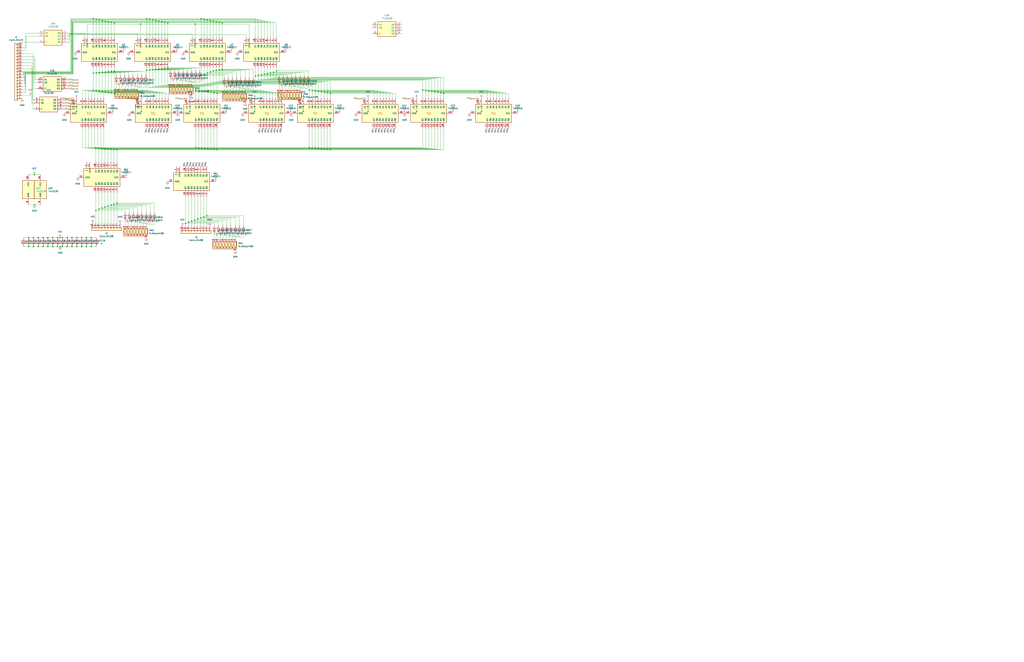
<source format=kicad_sch>
(kicad_sch (version 20211123) (generator eeschema)
  (paper "User" 863.6 558.8)
  (junction (at 86.36 17.272))
  (junction (at 93.599 172.974))
  (junction (at 271.018 125.603))
  (junction (at 187.452 19.304))
  (junction (at 167.894 76.454))
  (junction (at 141.478 19.304))
  (junction (at 184.912 18.796))
  (junction (at 85.979 125.095))
  (junction (at 170.434 76.962))
  (junction (at 177.927 125.857))
  (junction (at 184.912 58.928))
  (junction (at 278.638 126.365))
  (junction (at 76.962 208.153))
  (junction (at 374.269 78.867))
  (junction (at 96.52 19.304))
  (junction (at 278.638 78.867))
  (junction (at 266.065 125.095))
  (junction (at 169.672 63.627))
  (junction (at 80.899 177.546))
  (junction (at 86.36 60.96))
  (junction (at 72.898 200.533))
  (junction (at 118.618 20.32))
  (junction (at 220.472 63.119))
  (junction (at 123.698 15.748))
  (junction (at 81.28 61.468))
  (junction (at 136.398 18.288))
  (junction (at 83.82 16.764))
  (junction (at 271.018 77.597))
  (junction (at 91.44 77.978))
  (junction (at 182.372 59.309))
  (junction (at 179.832 59.817))
  (junction (at 233.172 59.817))
  (junction (at 156.464 188.468))
  (junction (at 52.578 200.533))
  (junction (at 165.227 76.073))
  (junction (at 268.478 77.216))
  (junction (at 179.832 17.78))
  (junction (at 177.927 77.978))
  (junction (at 85.979 175.514))
  (junction (at 29.083 172.847))
  (junction (at 81.28 16.256))
  (junction (at 174.752 16.764))
  (junction (at 366.649 77.597))
  (junction (at 174.752 61.595))
  (junction (at 180.467 78.359))
  (junction (at 91.059 173.736))
  (junction (at 141.478 57.023))
  (junction (at 91.44 60.452))
  (junction (at 91.059 125.603))
  (junction (at 183.007 78.867))
  (junction (at 88.9 60.706))
  (junction (at 133.858 17.78))
  (junction (at 96.52 78.867))
  (junction (at 76.962 200.533))
  (junction (at 180.467 126.111))
  (junction (at 217.932 63.627))
  (junction (at 40.386 208.153))
  (junction (at 98.679 171.45))
  (junction (at 133.858 58.166))
  (junction (at 88.9 77.597))
  (junction (at 24.13 200.533))
  (junction (at 356.489 75.946))
  (junction (at 175.387 125.603))
  (junction (at 93.98 18.796))
  (junction (at 50.8 208.153))
  (junction (at 131.318 58.42))
  (junction (at 138.938 18.796))
  (junction (at 223.012 62.484))
  (junction (at 177.292 17.272))
  (junction (at 83.439 124.841))
  (junction (at 161.544 186.436))
  (junction (at 361.569 76.835))
  (junction (at 36.322 208.153))
  (junction (at 166.624 184.658))
  (junction (at 182.372 18.288))
  (junction (at 78.74 61.722))
  (junction (at 91.44 18.288))
  (junction (at 126.238 16.256))
  (junction (at 260.858 124.587))
  (junction (at 172.847 77.216))
  (junction (at 169.672 15.748))
  (junction (at 88.9 17.907))
  (junction (at 228.092 61.468))
  (junction (at 273.558 77.978))
  (junction (at 96.52 59.944))
  (junction (at 96.139 172.212))
  (junction (at 78.74 15.621))
  (junction (at 88.519 174.625))
  (junction (at 273.558 125.857))
  (junction (at 263.398 124.841))
  (junction (at 86.36 77.216))
  (junction (at 28.194 208.153))
  (junction (at 177.292 60.706))
  (junction (at 93.98 78.359))
  (junction (at 260.858 76.073))
  (junction (at 68.834 208.153))
  (junction (at 28.194 200.533))
  (junction (at 126.238 58.928))
  (junction (at 36.322 200.533))
  (junction (at 276.098 126.111))
  (junction (at 167.767 124.841))
  (junction (at 263.398 76.454))
  (junction (at 50.673 200.533))
  (junction (at 169.164 183.769))
  (junction (at 265.938 76.835))
  (junction (at 164.084 185.547))
  (junction (at 138.938 57.531))
  (junction (at 28.956 147.447))
  (junction (at 64.77 208.153))
  (junction (at 187.452 58.42))
  (junction (at 83.439 176.53))
  (junction (at 171.704 183.007))
  (junction (at 128.778 16.764))
  (junction (at 359.156 76.454))
  (junction (at 40.386 200.533))
  (junction (at 172.847 125.349))
  (junction (at 32.258 208.153))
  (junction (at 80.899 124.587))
  (junction (at 215.392 64.135))
  (junction (at 52.578 208.153))
  (junction (at 159.004 187.452))
  (junction (at 60.706 200.533))
  (junction (at 371.729 78.359))
  (junction (at 96.139 126.111))
  (junction (at 93.98 60.198))
  (junction (at 81.28 76.454))
  (junction (at 131.318 17.272))
  (junction (at 96.52 78.994))
  (junction (at 165.227 124.587))
  (junction (at 364.109 77.216))
  (junction (at 183.007 126.365))
  (junction (at 68.834 200.533))
  (junction (at 174.244 181.991))
  (junction (at 64.77 200.533))
  (junction (at 136.398 57.912))
  (junction (at 369.189 77.978))
  (junction (at 172.212 62.611))
  (junction (at 56.642 200.533))
  (junction (at 170.307 125.095))
  (junction (at 164.592 20.32))
  (junction (at 48.514 200.533))
  (junction (at 24.13 208.153))
  (junction (at 44.45 200.533))
  (junction (at 123.698 59.309))
  (junction (at 78.74 76.073))
  (junction (at 83.82 61.214))
  (junction (at 175.387 77.597))
  (junction (at 276.098 78.359))
  (junction (at 48.514 208.153))
  (junction (at 60.706 208.153))
  (junction (at 268.478 125.349))
  (junction (at 88.519 125.349))
  (junction (at 98.679 126.365))
  (junction (at 56.642 208.153))
  (junction (at 172.212 16.256))
  (junction (at 225.552 61.976))
  (junction (at 32.258 200.533))
  (junction (at 44.45 208.153))
  (junction (at 128.778 58.674))
  (junction (at 93.599 125.857))
  (junction (at 83.82 76.835))
  (junction (at 230.632 60.96))
  (junction (at 72.898 208.153))
  (wire (pts (xy 256.667 73.787) (xy 256.667 71.755)))
  (wire (pts (xy 180.721 197.739) (xy 180.721 201.803)))
  (wire (pts (xy 194.691 197.739) (xy 194.691 198.882)))
  (wire (pts (xy 206.883 65.278) (xy 206.883 59.309)))
  (wire (pts (xy 315.468 76.073) (xy 315.468 82.931)))
  (wire (pts (xy 20.955 61.722) (xy 60.96 61.722)))
  (wire (pts (xy 151.511 70.993) (xy 151.511 67.691)))
  (wire (pts (xy 29.591 50.419) (xy 29.591 67.183)))
  (wire (pts (xy 69.596 124.587) (xy 80.899 124.587)))
  (wire (pts (xy 20.574 61.341) (xy 60.706 61.341)))
  (wire (pts (xy 85.979 125.095) (xy 170.307 125.095)))
  (wire (pts (xy 146.431 66.929) (xy 147.32 66.929)))
  (wire (pts (xy 28.956 147.447) (xy 34.036 147.447)))
  (wire (pts (xy 421.259 77.597) (xy 421.259 82.931)))
  (wire (pts (xy 199.136 76.962) (xy 199.136 74.041)))
  (wire (pts (xy 229.997 77.597) (xy 229.997 82.931)))
  (wire (pts (xy 278.638 108.331) (xy 278.638 126.365)))
  (wire (pts (xy 177.927 72.136) (xy 177.927 77.978)))
  (wire (pts (xy 167.767 124.841) (xy 263.398 124.841)))
  (wire (pts (xy 175.387 77.597) (xy 229.997 77.597)))
  (wire (pts (xy 177.292 17.272) (xy 177.292 31.496)))
  (wire (pts (xy 84.836 108.331) (xy 84.836 126.111)))
  (wire (pts (xy 333.248 78.867) (xy 333.248 82.931)))
  (wire (pts (xy 172.212 16.256) (xy 126.238 16.256)))
  (wire (pts (xy 126.238 56.896) (xy 126.238 58.928)))
  (wire (pts (xy 233.172 65.151) (xy 374.269 65.151)))
  (wire (pts (xy 18.669 40.259) (xy 21.971 40.259)))
  (wire (pts (xy 123.698 15.748) (xy 169.672 15.748)))
  (wire (pts (xy 78.74 15.748) (xy 123.698 15.748)))
  (wire (pts (xy 253.238 74.295) (xy 260.096 74.295)))
  (wire (pts (xy 157.861 66.929) (xy 157.861 68.072)))
  (wire (pts (xy 191.516 76.962) (xy 191.516 72.898)))
  (wire (pts (xy 91.44 18.288) (xy 91.44 31.496)))
  (wire (pts (xy 243.078 75.819) (xy 243.078 72.517)))
  (wire (pts (xy 187.452 56.896) (xy 187.452 58.42)))
  (wire (pts (xy 141.986 78.867) (xy 141.986 82.931)))
  (wire (pts (xy 74.676 76.835) (xy 83.82 76.835)))
  (wire (pts (xy 72.898 200.533) (xy 76.962 200.533)))
  (wire (pts (xy 93.599 172.974) (xy 93.599 188.341)))
  (wire (pts (xy 24.13 208.153) (xy 28.194 208.153)))
  (wire (pts (xy 204.216 76.962) (xy 204.216 74.93)))
  (wire (pts (xy 129.286 76.835) (xy 129.286 82.931)))
  (wire (pts (xy 119.507 186.817) (xy 119.507 187.96)))
  (wire (pts (xy 86.36 56.896) (xy 86.36 60.96)))
  (wire (pts (xy 177.927 125.857) (xy 93.599 125.857)))
  (wire (pts (xy 36.322 208.153) (xy 40.386 208.153)))
  (wire (pts (xy 131.318 72.898) (xy 172.847 72.898)))
  (wire (pts (xy 184.912 68.707) (xy 276.098 68.707)))
  (wire (pts (xy 61.468 62.23) (xy 61.468 18.796)))
  (wire (pts (xy 81.28 56.896) (xy 81.28 61.468)))
  (wire (pts (xy 271.018 108.331) (xy 271.018 125.603)))
  (wire (pts (xy 192.405 65.278) (xy 192.405 62.611)))
  (wire (pts (xy 265.938 76.835) (xy 265.938 82.931)))
  (wire (pts (xy 21.717 62.611) (xy 61.849 62.611)))
  (wire (pts (xy 112.522 175.514) (xy 85.979 175.514)))
  (wire (pts (xy 170.307 76.835) (xy 170.307 82.931)))
  (wire (pts (xy 101.6 63.373) (xy 101.6 61.468)))
  (wire (pts (xy 73.66 20.32) (xy 118.618 20.32)))
  (wire (pts (xy 198.628 190.119) (xy 198.628 183.769)))
  (wire (pts (xy 198.501 200.279) (xy 205.359 200.279)))
  (wire (pts (xy 85.979 162.433) (xy 85.979 175.514)))
  (wire (pts (xy 78.74 31.496) (xy 78.74 15.748)))
  (wire (pts (xy 96.52 78.994) (xy 96.52 78.867)))
  (wire (pts (xy 165.1 57.531) (xy 138.938 57.531)))
  (wire (pts (xy 224.917 76.835) (xy 224.917 82.931)))
  (wire (pts (xy 278.638 68.326) (xy 278.638 78.867)))
  (wire (pts (xy 91.059 125.603) (xy 175.387 125.603)))
  (wire (pts (xy 138.938 56.896) (xy 138.938 57.531)))
  (wire (pts (xy 418.719 77.216) (xy 418.719 82.931)))
  (wire (pts (xy 413.639 76.454) (xy 359.156 76.454)))
  (wire (pts (xy 98.679 162.433) (xy 98.679 171.45)))
  (wire (pts (xy 60.706 17.272) (xy 86.36 17.272)))
  (wire (pts (xy 136.398 57.912) (xy 161.798 57.912)))
  (wire (pts (xy 27.305 84.328) (xy 28.321 84.328)))
  (wire (pts (xy 105.537 179.197) (xy 105.537 177.546)))
  (wire (pts (xy 217.932 67.437) (xy 359.156 67.437)))
  (wire (pts (xy 183.261 201.803) (xy 183.261 197.739)))
  (wire (pts (xy 123.698 56.896) (xy 123.698 59.309)))
  (wire (pts (xy 215.392 64.135) (xy 215.392 67.818)))
  (wire (pts (xy 240.538 75.819) (xy 240.538 71.628)))
  (wire (pts (xy 61.214 18.288) (xy 61.214 61.976)))
  (wire (pts (xy 276.098 108.331) (xy 276.098 126.111)))
  (wire (pts (xy 93.98 18.796) (xy 93.98 31.496)))
  (wire (pts (xy 118.618 20.32) (xy 164.592 20.32)))
  (wire (pts (xy 228.092 18.288) (xy 228.092 31.496)))
  (wire (pts (xy 88.9 17.907) (xy 88.9 31.496)))
  (wire (pts (xy 371.729 78.359) (xy 371.729 82.931)))
  (wire (pts (xy 126.746 76.454) (xy 81.28 76.454)))
  (wire (pts (xy 278.638 126.365) (xy 183.007 126.365)))
  (wire (pts (xy 156.464 188.468) (xy 156.464 165.862)))
  (wire (pts (xy 366.649 66.294) (xy 225.552 66.294)))
  (wire (pts (xy 110.617 186.69) (xy 112.522 186.69)))
  (wire (pts (xy 136.398 56.896) (xy 136.398 57.912)))
  (wire (pts (xy 199.517 65.151) (xy 199.644 60.706)))
  (wire (pts (xy 59.69 60.579) (xy 59.69 15.621)))
  (wire (pts (xy 133.858 17.78) (xy 88.9 17.78)))
  (wire (pts (xy 60.071 60.833) (xy 60.071 16.256)))
  (wire (pts (xy 77.216 77.216) (xy 77.216 82.931)))
  (wire (pts (xy 187.452 19.304) (xy 233.172 19.304)))
  (wire (pts (xy 184.912 58.928) (xy 184.912 68.707)))
  (wire (pts (xy 175.387 72.517) (xy 175.387 77.597)))
  (wire (pts (xy 131.318 56.896) (xy 131.318 58.42)))
  (wire (pts (xy 366.649 77.597) (xy 366.649 82.931)))
  (wire (pts (xy 68.834 200.533) (xy 72.898 200.533)))
  (wire (pts (xy 182.372 59.309) (xy 182.372 69.088)))
  (wire (pts (xy 237.617 78.867) (xy 183.007 78.867)))
  (wire (pts (xy 87.376 78.867) (xy 87.376 82.931)))
  (wire (pts (xy 174.244 181.991) (xy 174.244 165.862)))
  (wire (pts (xy 356.489 76.073) (xy 411.099 76.073)))
  (wire (pts (xy 128.778 73.279) (xy 170.434 73.279)))
  (wire (pts (xy 215.392 15.748) (xy 215.392 31.496)))
  (wire (pts (xy 325.628 77.597) (xy 325.628 82.931)))
  (wire (pts (xy 233.172 56.896) (xy 233.172 59.817)))
  (wire (pts (xy 154.432 66.802) (xy 154.432 67.691)))
  (wire (pts (xy 215.392 56.896) (xy 215.392 64.135)))
  (wire (pts (xy 78.74 61.722) (xy 98.171 61.722)))
  (wire (pts (xy 219.837 76.073) (xy 219.837 82.931)))
  (wire (pts (xy 172.212 62.611) (xy 172.212 70.612)))
  (wire (pts (xy 123.444 172.974) (xy 93.599 172.974)))
  (wire (pts (xy 18.669 75.819) (xy 21.463 75.819)))
  (wire (pts (xy 86.36 17.272) (xy 131.318 17.272)))
  (wire (pts (xy 249.428 71.755) (xy 249.428 72.898)))
  (wire (pts (xy 215.392 64.135) (xy 235.458 64.135)))
  (wire (pts (xy 428.879 78.867) (xy 428.879 82.931)))
  (wire (pts (xy 364.109 77.216) (xy 364.109 82.931)))
  (wire (pts (xy 32.258 200.533) (xy 36.322 200.533)))
  (wire (pts (xy 423.799 77.978) (xy 369.189 77.978)))
  (wire (pts (xy 118.237 188.341) (xy 123.444 188.341)))
  (wire (pts (xy 81.28 61.468) (xy 81.28 76.454)))
  (wire (pts (xy 21.971 30.48) (xy 32.004 30.48)))
  (wire (pts (xy 103.251 70.866) (xy 105.156 70.866)))
  (wire (pts (xy 159.004 187.452) (xy 184.15 187.452)))
  (wire (pts (xy 58.42 28.702) (xy 162.052 28.702)))
  (wire (pts (xy 133.858 72.517) (xy 175.387 72.517)))
  (wire (pts (xy 83.439 162.433) (xy 83.439 176.53)))
  (wire (pts (xy 201.93 199.771) (xy 201.93 197.739)))
  (wire (pts (xy 83.439 124.841) (xy 167.767 124.841)))
  (wire (pts (xy 61.849 62.611) (xy 61.849 19.304)))
  (wire (pts (xy 320.548 76.835) (xy 320.548 82.931)))
  (wire (pts (xy 157.861 58.166) (xy 133.858 58.166)))
  (wire (pts (xy 74.676 125.095) (xy 85.979 125.095)))
  (wire (pts (xy 180.467 78.359) (xy 180.467 82.931)))
  (wire (pts (xy 232.537 77.978) (xy 177.927 77.978)))
  (wire (pts (xy 79.756 108.331) (xy 79.756 125.603)))
  (wire (pts (xy 232.537 77.978) (xy 232.537 82.931)))
  (wire (pts (xy 18.669 47.879) (xy 28.956 47.879)))
  (wire (pts (xy 19.812 61.087) (xy 60.452 61.087)))
  (wire (pts (xy 141.986 78.867) (xy 96.52 78.867)))
  (wire (pts (xy 130.175 171.45) (xy 98.679 171.45)))
  (wire (pts (xy 60.706 200.533) (xy 64.77 200.533)))
  (wire (pts (xy 180.467 78.359) (xy 235.077 78.359)))
  (wire (pts (xy 28.956 47.879) (xy 28.956 69.723)))
  (wire (pts (xy 105.537 177.546) (xy 80.899 177.546)))
  (wire (pts (xy 136.906 77.978) (xy 136.906 82.931)))
  (wire (pts (xy 188.341 201.803) (xy 188.341 198.501)))
  (wire (pts (xy 105.791 71.755) (xy 108.712 71.755)))
  (wire (pts (xy 58.674 35.56) (xy 58.674 29.21)))
  (wire (pts (xy 103.251 75.057) (xy 103.251 70.866)))
  (wire (pts (xy 48.514 200.533) (xy 50.673 200.533)))
  (wire (pts (xy 141.478 19.304) (xy 141.478 31.496)))
  (wire (pts (xy 116.078 63.373) (xy 116.078 60.452)))
  (wire (pts (xy 198.628 183.769) (xy 169.164 183.769)))
  (wire (pts (xy 26.67 55.499) (xy 26.67 86.868)))
  (wire (pts (xy 202.946 65.278) (xy 202.946 59.817)))
  (wire (pts (xy 265.938 70.231) (xy 265.938 76.835)))
  (wire (pts (xy 263.398 124.841) (xy 359.029 124.841)))
  (wire (pts (xy 180.467 126.111) (xy 276.098 126.111)))
  (wire (pts (xy 161.798 59.309) (xy 161.798 57.912)))
  (wire (pts (xy 123.698 59.309) (xy 123.698 74.041)))
  (wire (pts (xy 227.457 77.216) (xy 227.457 82.931)))
  (wire (pts (xy 136.398 18.288) (xy 136.398 31.496)))
  (wire (pts (xy 235.458 71.755) (xy 235.458 75.819)))
  (wire (pts (xy 128.778 58.674) (xy 128.778 73.279)))
  (wire (pts (xy 19.431 60.833) (xy 60.071 60.833)))
  (wire (pts (xy 237.998 75.819) (xy 237.998 71.755)))
  (wire (pts (xy 81.28 61.468) (xy 101.6 61.468)))
  (wire (pts (xy 21.463 27.94) (xy 21.463 42.799)))
  (wire (pts (xy 87.376 126.365) (xy 87.376 108.331)))
  (wire (pts (xy 139.446 78.359) (xy 139.446 82.931)))
  (wire (pts (xy 81.28 16.256) (xy 81.28 31.496)))
  (wire (pts (xy 19.431 63.119) (xy 19.431 60.833)))
  (wire (pts (xy 202.946 59.817) (xy 179.832 59.817)))
  (wire (pts (xy 83.82 76.835) (xy 129.286 76.835)))
  (wire (pts (xy 359.029 76.454) (xy 359.029 82.931)))
  (wire (pts (xy 156.591 70.993) (xy 156.591 68.453)))
  (wire (pts (xy 164.084 190.754) (xy 164.084 185.547)))
  (wire (pts (xy 91.059 173.736) (xy 91.059 188.341)))
  (wire (pts (xy 83.439 176.53) (xy 83.439 188.341)))
  (wire (pts (xy 18.669 37.719) (xy 18.669 35.56)))
  (wire (pts (xy 371.729 65.532) (xy 230.632 65.532)))
  (wire (pts (xy 72.898 208.153) (xy 76.962 208.153)))
  (wire (pts (xy 228.092 56.896) (xy 228.092 61.468)))
  (wire (pts (xy 253.238 75.819) (xy 253.238 74.295)))
  (wire (pts (xy 188.976 72.898) (xy 188.976 76.962)))
  (wire (pts (xy 23.876 147.447) (xy 28.956 147.447)))
  (wire (pts (xy 118.618 20.32) (xy 118.618 20.066)))
  (wire (pts (xy 190.881 201.803) (xy 190.881 198.882)))
  (wire (pts (xy 18.669 60.579) (xy 59.69 60.579)))
  (wire (pts (xy 168.529 59.309) (xy 168.529 57.023)))
  (wire (pts (xy 126.238 73.66) (xy 167.894 73.66)))
  (wire (pts (xy 183.007 78.867) (xy 183.007 82.931)))
  (wire (pts (xy 187.706 189.992) (xy 187.706 186.436)))
  (wire (pts (xy 91.44 77.978) (xy 82.296 77.978)))
  (wire (pts (xy 21.209 73.279) (xy 18.669 73.279)))
  (wire (pts (xy 184.912 18.796) (xy 184.912 31.496)))
  (wire (pts (xy 169.672 15.748) (xy 215.392 15.748)))
  (wire (pts (xy 191.516 72.898) (xy 192.405 72.898)))
  (wire (pts (xy 98.171 70.993) (xy 98.171 75.057)))
  (wire (pts (xy 169.672 63.627) (xy 169.672 70.993)))
  (wire (pts (xy 116.078 72.517) (xy 116.078 70.993)))
  (wire (pts (xy 195.961 199.771) (xy 201.93 199.771)))
  (wire (pts (xy 122.809 59.944) (xy 96.52 59.944)))
  (wire (pts (xy 256.667 60.96) (xy 230.632 60.96)))
  (wire (pts (xy 96.52 78.867) (xy 87.376 78.867)))
  (wire (pts (xy 177.927 108.331) (xy 177.927 125.857)))
  (wire (pts (xy 411.099 76.073) (xy 411.099 82.931)))
  (wire (pts (xy 245.618 75.819) (xy 245.618 72.898)))
  (wire (pts (xy 64.77 200.533) (xy 68.834 200.533)))
  (wire (pts (xy 86.36 77.216) (xy 77.216 77.216)))
  (wire (pts (xy 228.092 61.468) (xy 228.092 65.913)))
  (wire (pts (xy 170.307 125.095) (xy 265.938 125.095)))
  (wire (pts (xy 217.932 16.256) (xy 217.932 31.496)))
  (wire (pts (xy 18.669 70.739) (xy 20.955 70.739)))
  (wire (pts (xy 60.071 16.256) (xy 81.28 16.256)))
  (wire (pts (xy 169.672 15.748) (xy 169.672 31.496)))
  (wire (pts (xy 210.312 20.32) (xy 210.312 31.496)))
  (wire (pts (xy 105.791 75.057) (xy 105.791 71.755)))
  (wire (pts (xy 112.141 70.993) (xy 112.141 72.136)))
  (wire (pts (xy 69.596 76.073) (xy 78.74 76.073)))
  (wire (pts (xy 110.871 75.057) (xy 110.871 72.517)))
  (wire (pts (xy 123.317 189.357) (xy 130.175 189.357)))
  (wire (pts (xy 131.318 17.272) (xy 131.318 31.496)))
  (wire (pts (xy 83.82 56.896) (xy 83.82 61.214)))
  (wire (pts (xy 170.307 125.095) (xy 170.307 108.331)))
  (wire (pts (xy 201.676 76.962) (xy 201.676 74.422)))
  (wire (pts (xy 177.292 56.896) (xy 177.292 60.706)))
  (wire (pts (xy 174.752 16.764) (xy 174.752 31.496)))
  (wire (pts (xy 166.624 184.658) (xy 194.691 184.658)))
  (wire (pts (xy 96.139 126.111) (xy 180.467 126.111)))
  (wire (pts (xy 122.809 73.533) (xy 122.809 70.993)))
  (wire (pts (xy 213.614 75.438) (xy 213.614 72.898)))
  (wire (pts (xy 146.431 70.993) (xy 146.431 66.929)))
  (wire (pts (xy 273.558 77.978) (xy 273.558 82.931)))
  (wire (pts (xy 193.421 199.263) (xy 198.628 199.263)))
  (wire (pts (xy 28.956 69.723) (xy 31.242 69.723)))
  (wire (pts (xy 165.1 68.961) (xy 165.1 66.929)))
  (wire (pts (xy 213.614 65.278) (xy 213.614 58.42)))
  (wire (pts (xy 57.404 33.02) (xy 58.42 33.02)))
  (wire (pts (xy 276.098 126.111) (xy 371.729 126.111)))
  (wire (pts (xy 18.669 65.659) (xy 19.812 65.659)))
  (wire (pts (xy 85.979 125.095) (xy 85.979 137.033)))
  (wire (pts (xy 83.82 16.764) (xy 83.82 31.496)))
  (wire (pts (xy 57.404 27.94) (xy 71.12 27.94)))
  (wire (pts (xy 120.777 190.881) (xy 120.777 188.849)))
  (wire (pts (xy 167.894 73.66) (xy 167.894 76.454)))
  (wire (pts (xy 93.599 125.857) (xy 82.296 125.857)))
  (wire (pts (xy 20.574 68.199) (xy 20.574 61.341)))
  (wire (pts (xy 72.136 76.454) (xy 72.136 82.931)))
  (wire (pts (xy 128.778 16.764) (xy 83.82 16.764)))
  (wire (pts (xy 168.529 69.469) (xy 168.529 66.929)))
  (wire (pts (xy 230.632 60.96) (xy 230.632 56.896)))
  (wire (pts (xy 118.237 190.881) (xy 118.237 188.341)))
  (wire (pts (xy 52.578 208.153) (xy 56.642 208.153)))
  (wire (pts (xy 141.478 57.023) (xy 141.478 71.374)))
  (wire (pts (xy 123.698 15.748) (xy 123.698 31.496)))
  (wire (pts (xy 40.386 200.533) (xy 44.45 200.533)))
  (wire (pts (xy 273.558 125.857) (xy 177.927 125.857)))
  (wire (pts (xy 174.752 70.231) (xy 265.938 70.231)))
  (wire (pts (xy 61.468 18.796) (xy 93.98 18.796)))
  (wire (pts (xy 91.059 125.603) (xy 91.059 137.033)))
  (wire (pts (xy 88.519 125.349) (xy 172.847 125.349)))
  (wire (pts (xy 74.676 76.835) (xy 74.676 82.931)))
  (wire (pts (xy 128.778 16.764) (xy 128.778 31.496)))
  (wire (pts (xy 416.179 76.835) (xy 416.179 82.931)))
  (wire (pts (xy 371.729 78.359) (xy 371.729 65.532)))
  (wire (pts (xy 105.537 186.817) (xy 105.537 190.881)))
  (wire (pts (xy 138.938 57.531) (xy 138.938 71.755)))
  (wire (pts (xy 96.52 19.304) (xy 96.52 31.496)))
  (wire (pts (xy 271.018 69.469) (xy 271.018 77.597)))
  (wire (pts (xy 198.628 199.263) (xy 198.628 197.739)))
  (wire (pts (xy 76.962 208.153) (xy 81.026 208.153)))
  (wire (pts (xy 273.558 69.088) (xy 273.558 77.978)))
  (wire (pts (xy 25.654 80.899) (xy 18.669 80.899)))
  (wire (pts (xy 165.227 76.073) (xy 165.227 82.931)))
  (wire (pts (xy 123.444 188.341) (xy 123.444 186.817)))
  (wire (pts (xy 138.938 71.755) (xy 180.467 71.755)))
  (wire (pts (xy 108.331 75.057) (xy 108.331 72.136)))
  (wire (pts (xy 150.876 58.674) (xy 128.778 58.674)))
  (wire (pts (xy 69.596 76.073) (xy 69.596 82.931)))
  (wire (pts (xy 151.511 67.691) (xy 154.432 67.691)))
  (wire (pts (xy 76.962 200.533) (xy 81.026 200.533)))
  (wire (pts (xy 183.007 71.374) (xy 183.007 78.867)))
  (wire (pts (xy 374.269 78.867) (xy 374.269 82.931)))
  (wire (pts (xy 20.066 208.153) (xy 24.13 208.153)))
  (wire (pts (xy 126.238 58.928) (xy 147.32 58.928)))
  (wire (pts (xy 20.066 200.533) (xy 24.13 200.533)))
  (wire (pts (xy 328.168 77.978) (xy 328.168 82.931)))
  (wire (pts (xy 44.45 200.533) (xy 48.514 200.533)))
  (wire (pts (xy 96.52 56.896) (xy 96.52 59.944)))
  (wire (pts (xy 100.711 70.993) (xy 101.6 70.993)))
  (wire (pts (xy 161.671 69.469) (xy 168.529 69.469)))
  (wire (pts (xy 154.432 59.182) (xy 154.432 58.42)))
  (wire (pts (xy 164.084 185.547) (xy 164.084 165.862)))
  (wire (pts (xy 71.12 27.94) (xy 71.12 31.496)))
  (wire (pts (xy 105.156 61.214) (xy 83.82 61.214)))
  (wire (pts (xy 220.472 67.056) (xy 361.569 67.056)))
  (wire (pts (xy 27.813 92.075) (xy 28.321 91.948)))
  (wire (pts (xy 238.887 64.135) (xy 238.887 63.627)))
  (wire (pts (xy 369.189 65.913) (xy 369.189 77.978)))
  (wire (pts (xy 72.136 108.331) (xy 72.136 124.841)))
  (wire (pts (xy 91.44 60.452) (xy 91.44 77.978)))
  (wire (pts (xy 268.478 108.331) (xy 268.478 125.349)))
  (wire (pts (xy 263.398 70.612) (xy 263.398 76.454)))
  (wire (pts (xy 206.883 74.422) (xy 206.883 72.898)))
  (wire (pts (xy 165.227 76.073) (xy 219.837 76.073)))
  (wire (pts (xy 242.443 64.008) (xy 242.443 63.119)))
  (wire (pts (xy 260.858 124.587) (xy 356.489 124.587)))
  (wire (pts (xy 318.008 76.454) (xy 318.008 82.931)))
  (wire (pts (xy 123.698 59.309) (xy 143.891 59.309)))
  (wire (pts (xy 217.932 56.896) (xy 217.932 63.627)))
  (wire (pts (xy 162.052 28.702) (xy 162.052 31.496)))
  (wire (pts (xy 223.012 62.484) (xy 223.012 66.675)))
  (wire (pts (xy 88.519 174.625) (xy 88.519 188.341)))
  (wire (pts (xy 263.398 108.331) (xy 263.398 124.841)))
  (wire (pts (xy 154.432 58.42) (xy 131.318 58.42)))
  (wire (pts (xy 27.813 52.959) (xy 27.813 92.075)))
  (wire (pts (xy 177.292 69.85) (xy 268.478 69.85)))
  (wire (pts (xy 187.452 68.326) (xy 278.638 68.326)))
  (wire (pts (xy 184.912 56.896) (xy 184.912 58.928)))
  (wire (pts (xy 188.976 65.278) (xy 188.976 63.627)))
  (wire (pts (xy 371.729 78.359) (xy 426.339 78.359)))
  (wire (pts (xy 195.961 65.151) (xy 195.961 61.595)))
  (wire (pts (xy 423.799 77.978) (xy 423.799 82.931)))
  (wire (pts (xy 91.059 162.433) (xy 91.059 173.736)))
  (wire (pts (xy 426.339 78.359) (xy 426.339 82.931)))
  (wire (pts (xy 333.248 78.867) (xy 278.638 78.867)))
  (wire (pts (xy 235.077 78.359) (xy 235.077 82.931)))
  (wire (pts (xy 20.955 70.739) (xy 20.955 61.722)))
  (wire (pts (xy 248.158 75.819) (xy 248.158 73.279)))
  (wire (pts (xy 18.669 52.959) (xy 27.813 52.959)))
  (wire (pts (xy 191.262 189.992) (xy 191.262 185.547)))
  (wire (pts (xy 220.472 63.119) (xy 220.472 67.056)))
  (wire (pts (xy 21.463 27.94) (xy 32.004 27.94)))
  (wire (pts (xy 260.096 64.135) (xy 260.096 59.817)))
  (wire (pts (xy 174.752 61.595) (xy 195.961 61.595)))
  (wire (pts (xy 131.318 17.272) (xy 177.292 17.272)))
  (wire (pts (xy 120.777 188.849) (xy 126.746 188.849)))
  (wire (pts (xy 98.679 171.45) (xy 98.679 188.341)))
  (wire (pts (xy 369.189 125.857) (xy 273.558 125.857)))
  (wire (pts (xy 157.861 59.309) (xy 157.861 58.166)))
  (wire (pts (xy 164.592 31.496) (xy 164.592 20.32)))
  (wire (pts (xy 161.798 68.453) (xy 161.798 66.929)))
  (wire (pts (xy 118.618 31.496) (xy 118.618 20.32)))
  (wire (pts (xy 72.136 124.841) (xy 83.439 124.841)))
  (wire (pts (xy 159.131 70.993) (xy 159.131 68.961)))
  (wire (pts (xy 182.372 18.288) (xy 182.372 31.496)))
  (wire (pts (xy 268.478 125.349) (xy 364.109 125.349)))
  (wire (pts (xy 80.899 177.546) (xy 80.899 188.341)))
  (wire (pts (xy 206.883 59.309) (xy 182.372 59.309)))
  (wire (pts (xy 115.951 75.057) (xy 115.951 73.533)))
  (wire (pts (xy 58.42 33.02) (xy 58.42 28.702)))
  (wire (pts (xy 361.569 76.835) (xy 416.179 76.835)))
  (wire (pts (xy 91.44 18.288) (xy 136.398 18.288)))
  (wire (pts (xy 187.452 58.42) (xy 187.452 68.326)))
  (wire (pts (xy 185.801 197.612) (xy 187.706 197.612)))
  (wire (pts (xy 266.065 125.095) (xy 361.569 125.095)))
  (wire (pts (xy 263.398 76.454) (xy 318.008 76.454)))
  (wire (pts (xy 159.004 190.754) (xy 159.004 187.452)))
  (wire (pts (xy 171.704 183.007) (xy 171.704 165.862)))
  (wire (pts (xy 276.098 78.359) (xy 330.708 78.359)))
  (wire (pts (xy 159.131 68.961) (xy 165.1 68.961)))
  (wire (pts (xy 237.617 78.867) (xy 237.617 82.931)))
  (wire (pts (xy 193.421 201.803) (xy 193.421 199.263)))
  (wire (pts (xy 96.52 19.304) (xy 141.478 19.304)))
  (wire (pts (xy 119.38 60.198) (xy 93.98 60.198)))
  (wire (pts (xy 182.372 69.088) (xy 273.558 69.088)))
  (wire (pts (xy 60.452 61.087) (xy 60.452 16.764)))
  (wire (pts (xy 60.96 61.722) (xy 60.96 17.907)))
  (wire (pts (xy 119.38 73.025) (xy 119.38 70.993)))
  (wire (pts (xy 199.517 72.771) (xy 199.517 73.66)))
  (wire (pts (xy 119.507 173.736) (xy 91.059 173.736)))
  (wire (pts (xy 183.007 126.365) (xy 98.679 126.365)))
  (wire (pts (xy 206.756 76.962) (xy 206.756 75.438)))
  (wire (pts (xy 118.618 20.066) (xy 118.364 20.066)))
  (wire (pts (xy 88.9 60.706) (xy 88.9 77.597)))
  (wire (pts (xy 167.767 76.454) (xy 167.767 82.931)))
  (wire (pts (xy 80.899 124.587) (xy 165.227 124.587)))
  (wire (pts (xy 260.858 76.073) (xy 315.468 76.073)))
  (wire (pts (xy 18.669 35.56) (xy 32.004 35.56)))
  (wire (pts (xy 29.591 67.183) (xy 31.242 67.183)))
  (wire (pts (xy 28.067 45.339) (xy 28.067 74.803)))
  (wire (pts (xy 242.443 63.119) (xy 220.472 63.119)))
  (wire (pts (xy 119.38 63.373) (xy 119.38 60.198)))
  (wire (pts (xy 28.067 74.803) (xy 31.242 74.803)))
  (wire (pts (xy 69.596 108.331) (xy 69.596 124.587)))
  (wire (pts (xy 172.847 77.216) (xy 172.847 82.931)))
  (wire (pts (xy 199.136 74.041) (xy 202.946 74.041)))
  (wire (pts (xy 168.529 57.023) (xy 141.478 57.023)))
  (wire (pts (xy 222.377 76.454) (xy 222.377 82.931)))
  (wire (pts (xy 256.667 64.135) (xy 256.667 60.96)))
  (wire (pts (xy 222.377 76.454) (xy 167.894 76.454)))
  (wire (pts (xy 21.463 75.819) (xy 21.463 62.23)))
  (wire (pts (xy 91.44 18.288) (xy 61.214 18.288)))
  (wire (pts (xy 118.364 20.066) (xy 118.618 20.32)))
  (wire (pts (xy 88.9 60.706) (xy 112.141 60.706)))
  (wire (pts (xy 28.194 200.533) (xy 32.258 200.533)))
  (wire (pts (xy 174.752 56.896) (xy 174.752 61.595)))
  (wire (pts (xy 98.679 126.365) (xy 98.679 137.033)))
  (wire (pts (xy 361.569 76.835) (xy 361.569 82.931)))
  (wire (pts (xy 271.018 125.603) (xy 366.649 125.603)))
  (wire (pts (xy 260.858 108.331) (xy 260.858 124.587)))
  (wire (pts (xy 369.189 108.331) (xy 369.189 125.857)))
  (wire (pts (xy 18.669 42.799) (xy 21.463 42.799)))
  (wire (pts (xy 86.36 17.272) (xy 86.36 31.496)))
  (wire (pts (xy 245.999 64.008) (xy 245.999 62.484)))
  (wire (pts (xy 179.832 59.817) (xy 179.832 69.469)))
  (wire (pts (xy 177.292 60.706) (xy 177.292 69.85)))
  (wire (pts (xy 210.185 58.928) (xy 184.912 58.928)))
  (wire (pts (xy 175.387 77.597) (xy 175.387 82.931)))
  (wire (pts (xy 204.216 74.93) (xy 210.185 74.93)))
  (wire (pts (xy 21.971 30.48) (xy 21.971 40.259)))
  (wire (pts (xy 108.712 70.866) (xy 108.712 71.755)))
  (wire (pts (xy 18.669 68.199) (xy 20.574 68.199)))
  (wire (pts (xy 96.139 126.111) (xy 96.139 137.033)))
  (wire (pts (xy 273.558 108.331) (xy 273.558 125.857)))
  (wire (pts (xy 88.9 17.78) (xy 88.9 17.907)))
  (wire (pts (xy 93.98 60.198) (xy 93.98 78.359)))
  (wire (pts (xy 86.36 60.96) (xy 86.36 77.216)))
  (wire (pts (xy 18.669 45.339) (xy 28.067 45.339)))
  (wire (pts (xy 201.676 74.422) (xy 206.883 74.422)))
  (wire (pts (xy 165.227 108.331) (xy 165.227 124.587)))
  (wire (pts (xy 366.649 77.597) (xy 421.259 77.597)))
  (wire (pts (xy 374.269 65.151) (xy 374.269 78.867)))
  (wire (pts (xy 166.624 184.658) (xy 166.624 165.862)))
  (wire (pts (xy 213.614 58.42) (xy 187.452 58.42)))
  (wire (pts (xy 364.109 125.349) (xy 364.109 108.331)))
  (wire (pts (xy 210.185 74.93) (xy 210.185 72.898)))
  (wire (pts (xy 223.012 66.675) (xy 364.109 66.675)))
  (wire (pts (xy 138.938 18.796) (xy 138.938 31.496)))
  (wire (pts (xy 128.778 56.896) (xy 128.778 58.674)))
  (wire (pts (xy 220.472 16.764) (xy 220.472 31.496)))
  (wire (pts (xy 180.721 190.119) (xy 180.721 188.468)))
  (wire (pts (xy 223.012 17.272) (xy 223.012 31.496)))
  (wire (pts (xy 108.331 72.136) (xy 112.141 72.136)))
  (wire (pts (xy 240.538 71.628) (xy 242.443 71.628)))
  (wire (pts (xy 169.672 56.896) (xy 169.672 63.627)))
  (wire (pts (xy 228.092 61.468) (xy 253.365 61.468)))
  (wire (pts (xy 172.212 70.612) (xy 263.398 70.612)))
  (wire (pts (xy 249.428 64.135) (xy 249.428 61.976)))
  (wire (pts (xy 60.96 17.907) (xy 88.9 17.907)))
  (wire (pts (xy 138.938 18.796) (xy 93.98 18.796)))
  (wire (pts (xy 205.359 181.991) (xy 174.244 181.991)))
  (wire (pts (xy 225.552 17.78) (xy 225.552 31.496)))
  (wire (pts (xy 250.698 73.787) (xy 256.667 73.787)))
  (wire (pts (xy 166.624 190.754) (xy 166.624 184.658)))
  (wire (pts (xy 18.669 50.419) (xy 29.591 50.419)))
  (wire (pts (xy 32.258 208.153) (xy 36.322 208.153)))
  (wire (pts (xy 184.15 190.119) (xy 184.15 187.452)))
  (wire (pts (xy 141.478 71.374) (xy 183.007 71.374)))
  (wire (pts (xy 161.671 70.993) (xy 161.671 69.469)))
  (wire (pts (xy 141.478 19.304) (xy 187.452 19.304)))
  (wire (pts (xy 263.398 76.454) (xy 263.398 82.931)))
  (wire (pts (xy 58.166 28.321) (xy 58.166 30.48)))
  (wire (pts (xy 179.832 17.78) (xy 179.832 31.496)))
  (wire (pts (xy 48.514 208.153) (xy 50.8 208.153)))
  (wire (pts (xy 123.698 74.041) (xy 165.227 74.041)))
  (wire (pts (xy 119.507 179.197) (xy 119.507 173.736)))
  (wire (pts (xy 26.67 86.868) (xy 28.321 86.868)))
  (wire (pts (xy 29.083 172.847) (xy 34.036 172.847)))
  (wire (pts (xy 79.756 77.597) (xy 79.756 82.931)))
  (wire (pts (xy 150.876 59.182) (xy 150.876 58.674)))
  (wire (pts (xy 164.592 20.32) (xy 210.312 20.32)))
  (wire (pts (xy 60.706 61.341) (xy 60.706 17.272)))
  (wire (pts (xy 141.478 56.896) (xy 141.478 57.023)))
  (wire (pts (xy 88.9 77.597) (xy 134.366 77.597)))
  (wire (pts (xy 223.012 56.896) (xy 223.012 62.484)))
  (wire (pts (xy 188.341 198.501) (xy 191.262 198.501)))
  (wire (pts (xy 167.894 76.454) (xy 167.767 76.454)))
  (wire (pts (xy 179.832 69.469) (xy 271.018 69.469)))
  (wire (pts (xy 23.876 172.847) (xy 29.083 172.847)))
  (wire (pts (xy 205.359 200.279) (xy 205.359 197.739)))
  (wire (pts (xy 217.932 16.256) (xy 172.212 16.256)))
  (wire (pts (xy 156.591 68.453) (xy 161.798 68.453)))
  (wire (pts (xy 245.999 62.484) (xy 223.012 62.484)))
  (wire (pts (xy 428.879 78.867) (xy 374.269 78.867)))
  (wire (pts (xy 182.372 56.896) (xy 182.372 59.309)))
  (wire (pts (xy 18.669 63.119) (xy 19.431 63.119)))
  (wire (pts (xy 133.858 58.166) (xy 133.858 72.517)))
  (wire (pts (xy 156.464 190.754) (xy 156.464 188.468)))
  (wire (pts (xy 191.262 197.612) (xy 191.262 198.501)))
  (wire (pts (xy 148.971 70.993) (xy 148.971 66.802)))
  (wire (pts (xy 194.691 190.119) (xy 194.691 184.658)))
  (wire (pts (xy 220.472 56.896) (xy 220.472 63.119)))
  (wire (pts (xy 110.617 190.881) (xy 110.617 186.69)))
  (wire (pts (xy 116.078 179.07) (xy 116.078 174.625)))
  (wire (pts (xy 253.365 61.468) (xy 253.365 64.135)))
  (wire (pts (xy 170.307 76.835) (xy 224.917 76.835)))
  (wire (pts (xy 185.801 201.803) (xy 185.801 197.612)))
  (wire (pts (xy 260.096 59.817) (xy 233.172 59.817)))
  (wire (pts (xy 85.979 175.514) (xy 85.979 188.341)))
  (wire (pts (xy 21.463 62.23) (xy 61.468 62.23)))
  (wire (pts (xy 356.489 76.073) (xy 356.489 82.931)))
  (wire (pts (xy 228.092 65.913) (xy 369.189 65.913)))
  (wire (pts (xy 105.156 63.246) (xy 105.156 61.214)))
  (wire (pts (xy 131.318 58.42) (xy 131.318 72.898)))
  (wire (pts (xy 215.392 67.818) (xy 356.489 67.818)))
  (wire (pts (xy 58.674 29.21) (xy 207.772 29.21)))
  (wire (pts (xy 233.172 59.817) (xy 233.172 65.151)))
  (wire (pts (xy 86.36 60.96) (xy 108.712 60.96)))
  (wire (pts (xy 413.639 76.454) (xy 413.639 82.931)))
  (wire (pts (xy 21.717 78.232) (xy 21.717 62.611)))
  (wire (pts (xy 243.078 72.517) (xy 245.999 72.517)))
  (wire (pts (xy 73.66 31.496) (xy 73.66 20.32)))
  (wire (pts (xy 126.238 58.928) (xy 126.238 73.66)))
  (wire (pts (xy 187.452 19.304) (xy 187.452 31.496)))
  (wire (pts (xy 268.478 69.85) (xy 268.478 77.216)))
  (wire (pts (xy 134.366 77.597) (xy 134.366 82.931)))
  (wire (pts (xy 369.189 77.978) (xy 369.189 82.931)))
  (wire (pts (xy 126.746 76.454) (xy 126.746 82.931)))
  (wire (pts (xy 77.216 125.349) (xy 88.519 125.349)))
  (wire (pts (xy 364.109 66.675) (xy 364.109 77.216)))
  (wire (pts (xy 192.405 62.611) (xy 172.212 62.611)))
  (wire (pts (xy 18.669 55.499) (xy 26.67 55.499)))
  (wire (pts (xy 172.212 56.896) (xy 172.212 62.611)))
  (wire (pts (xy 174.752 61.595) (xy 174.752 70.231)))
  (wire (pts (xy 83.439 176.53) (xy 108.966 176.53)))
  (wire (pts (xy 50.8 208.153) (xy 52.578 208.153)))
  (wire (pts (xy 220.472 16.764) (xy 174.752 16.764)))
  (wire (pts (xy 359.156 76.454) (xy 359.029 76.454)))
  (wire (pts (xy 260.858 76.073) (xy 260.858 82.931)))
  (wire (pts (xy 253.365 73.279) (xy 253.365 71.755)))
  (wire (pts (xy 171.704 190.754) (xy 171.704 183.007)))
  (wire (pts (xy 174.244 190.754) (xy 174.244 181.991)))
  (wire (pts (xy 161.544 186.436) (xy 161.544 165.862)))
  (wire (pts (xy 61.849 19.304) (xy 96.52 19.304)))
  (wire (pts (xy 108.712 63.246) (xy 108.712 60.96)))
  (wire (pts (xy 28.194 208.153) (xy 32.258 208.153)))
  (wire (pts (xy 356.489 108.331) (xy 356.489 124.587)))
  (wire (pts (xy 78.74 61.722) (xy 78.74 76.073)))
  (wire (pts (xy 83.82 61.214) (xy 83.82 76.835)))
  (wire (pts (xy 165.1 59.309) (xy 165.1 57.531)))
  (wire (pts (xy 27.305 58.039) (xy 27.305 84.328)))
  (wire (pts (xy 113.157 187.579) (xy 116.078 187.579)))
  (wire (pts (xy 108.077 190.881) (xy 108.077 186.817)))
  (wire (pts (xy 112.522 179.07) (xy 112.522 175.514)))
  (wire (pts (xy 116.078 186.69) (xy 116.078 187.579)))
  (wire (pts (xy 418.719 77.216) (xy 364.109 77.216)))
  (wire (pts (xy 268.478 77.216) (xy 268.478 82.931)))
  (wire (pts (xy 170.434 73.279) (xy 170.434 76.962)))
  (wire (pts (xy 271.018 77.597) (xy 271.018 82.931)))
  (wire (pts (xy 100.711 75.057) (xy 100.711 70.993)))
  (wire (pts (xy 126.238 16.256) (xy 81.28 16.256)))
  (wire (pts (xy 271.018 77.597) (xy 325.628 77.597)))
  (wire (pts (xy 366.649 77.597) (xy 366.649 66.294)))
  (wire (pts (xy 84.836 78.359) (xy 93.98 78.359)))
  (wire (pts (xy 79.756 125.603) (xy 91.059 125.603)))
  (wire (pts (xy 81.28 76.454) (xy 72.136 76.454)))
  (wire (pts (xy 93.599 125.857) (xy 93.599 137.033)))
  (wire (pts (xy 276.098 68.707) (xy 276.098 78.359)))
  (wire (pts (xy 237.998 71.755) (xy 238.887 71.755)))
  (wire (pts (xy 19.812 65.659) (xy 19.812 61.087)))
  (wire (pts (xy 374.269 108.331) (xy 374.269 126.365)))
  (wire (pts (xy 225.552 61.976) (xy 225.552 56.896)))
  (wire (pts (xy 183.261 197.739) (xy 184.15 197.739)))
  (wire (pts (xy 172.212 16.256) (xy 172.212 31.496)))
  (wire (pts (xy 68.834 208.153) (xy 72.898 208.153)))
  (wire (pts (xy 250.698 75.819) (xy 250.698 73.787)))
  (wire (pts (xy 276.098 78.359) (xy 276.098 82.931)))
  (wire (pts (xy 196.596 73.66) (xy 199.517 73.66)))
  (wire (pts (xy 18.669 58.039) (xy 27.305 58.039)))
  (wire (pts (xy 210.185 65.278) (xy 210.185 58.928)))
  (wire (pts (xy 74.676 108.331) (xy 74.676 125.095)))
  (wire (pts (xy 58.166 28.321) (xy 116.078 28.321)))
  (wire (pts (xy 131.826 77.216) (xy 131.826 82.931)))
  (wire (pts (xy 184.912 18.796) (xy 138.938 18.796)))
  (wire (pts (xy 361.569 67.056) (xy 361.569 76.835)))
  (wire (pts (xy 374.269 126.365) (xy 278.638 126.365)))
  (wire (pts (xy 126.746 179.197) (xy 126.746 172.212)))
  (wire (pts (xy 194.056 72.771) (xy 195.961 72.771)))
  (wire (pts (xy 112.141 63.373) (xy 112.141 60.706)))
  (wire (pts (xy 84.836 78.359) (xy 84.836 82.931)))
  (wire (pts (xy 116.078 60.452) (xy 91.44 60.452)))
  (wire (pts (xy 130.175 179.197) (xy 130.175 171.45)))
  (wire (pts (xy 366.649 125.603) (xy 366.649 108.331)))
  (wire (pts (xy 115.951 73.533) (xy 122.809 73.533)))
  (wire (pts (xy 183.007 108.331) (xy 183.007 126.365)))
  (wire (pts (xy 169.672 70.993) (xy 260.858 70.993)))
  (wire (pts (xy 172.847 72.898) (xy 172.847 77.216)))
  (wire (pts (xy 205.359 190.119) (xy 205.359 181.991)))
  (wire (pts (xy 44.45 208.153) (xy 48.514 208.153)))
  (wire (pts (xy 60.452 16.764) (xy 83.82 16.764)))
  (wire (pts (xy 238.887 63.627) (xy 217.932 63.627)))
  (wire (pts (xy 83.439 124.841) (xy 83.439 137.033)))
  (wire (pts (xy 225.552 17.78) (xy 179.832 17.78)))
  (wire (pts (xy 330.708 78.359) (xy 330.708 82.931)))
  (wire (pts (xy 113.411 75.057) (xy 113.411 73.025)))
  (wire (pts (xy 88.519 125.349) (xy 88.519 137.033)))
  (wire (pts (xy 159.004 187.452) (xy 159.004 165.862)))
  (wire (pts (xy 79.756 77.597) (xy 88.9 77.597)))
  (wire (pts (xy 260.096 74.295) (xy 260.096 71.755)))
  (wire (pts (xy 113.157 190.881) (xy 113.157 187.579)))
  (wire (pts (xy 207.772 29.21) (xy 207.772 31.496)))
  (wire (pts (xy 80.899 124.587) (xy 80.899 137.033)))
  (wire (pts (xy 133.858 56.896) (xy 133.858 58.166)))
  (wire (pts (xy 110.871 72.517) (xy 116.078 72.517)))
  (wire (pts (xy 248.158 73.279) (xy 253.365 73.279)))
  (wire (pts (xy 56.642 208.153) (xy 60.706 208.153)))
  (wire (pts (xy 196.596 76.962) (xy 196.596 73.66)))
  (wire (pts (xy 177.927 77.978) (xy 177.927 82.931)))
  (wire (pts (xy 172.847 108.331) (xy 172.847 125.349)))
  (wire (pts (xy 93.98 56.896) (xy 93.98 60.198)))
  (wire (pts (xy 265.938 76.835) (xy 320.548 76.835)))
  (wire (pts (xy 115.697 187.96) (xy 119.507 187.96)))
  (wire (pts (xy 80.899 162.433) (xy 80.899 177.546)))
  (wire (pts (xy 154.051 68.072) (xy 157.861 68.072)))
  (wire (pts (xy 323.088 77.216) (xy 268.478 77.216)))
  (wire (pts (xy 88.519 162.433) (xy 88.519 174.625)))
  (wire (pts (xy 113.411 73.025) (xy 119.38 73.025)))
  (wire (pts (xy 78.74 56.896) (xy 78.74 61.722)))
  (wire (pts (xy 245.618 72.898) (xy 249.428 72.898)))
  (wire (pts (xy 131.826 77.216) (xy 86.36 77.216)))
  (wire (pts (xy 175.387 108.331) (xy 175.387 125.603)))
  (wire (pts (xy 98.679 126.365) (xy 87.376 126.365)))
  (wire (pts (xy 175.387 125.603) (xy 271.018 125.603)))
  (wire (pts (xy 225.552 66.294) (xy 225.552 61.976)))
  (wire (pts (xy 123.317 190.881) (xy 123.317 189.357)))
  (wire (pts (xy 194.056 76.962) (xy 194.056 72.771)))
  (wire (pts (xy 233.172 19.304) (xy 233.172 31.496)))
  (wire (pts (xy 182.372 18.288) (xy 228.092 18.288)))
  (wire (pts (xy 154.051 70.993) (xy 154.051 68.072)))
  (wire (pts (xy 98.171 63.373) (xy 98.171 61.722)))
  (wire (pts (xy 124.206 76.073) (xy 124.206 82.931)))
  (wire (pts (xy 148.971 66.802) (xy 150.876 66.802)))
  (wire (pts (xy 57.404 30.48) (xy 58.166 30.48)))
  (wire (pts (xy 156.464 188.468) (xy 180.721 188.468)))
  (wire (pts (xy 133.858 17.78) (xy 133.858 31.496)))
  (wire (pts (xy 202.946 72.898) (xy 202.946 74.041)))
  (wire (pts (xy 36.322 200.533) (xy 40.386 200.533)))
  (wire (pts (xy 227.457 77.216) (xy 172.847 77.216)))
  (wire (pts (xy 136.398 18.288) (xy 182.372 18.288)))
  (wire (pts (xy 195.961 201.803) (xy 195.961 199.771)))
  (wire (pts (xy 359.156 67.437) (xy 359.156 76.454)))
  (wire (pts (xy 96.139 172.212) (xy 96.139 188.341)))
  (wire (pts (xy 179.832 56.896) (xy 179.832 59.817)))
  (wire (pts (xy 356.489 67.818) (xy 356.489 75.946)))
  (wire (pts (xy 198.501 201.803) (xy 198.501 200.279)))
  (wire (pts (xy 88.9 56.896) (xy 88.9 60.706)))
  (wire (pts (xy 116.078 28.321) (xy 116.078 31.496)))
  (wire (pts (xy 217.932 63.627) (xy 217.932 67.437)))
  (wire (pts (xy 278.638 78.867) (xy 278.638 82.931)))
  (wire (pts (xy 201.93 190.119) (xy 201.93 183.007)))
  (wire (pts (xy 361.569 125.095) (xy 361.569 108.331)))
  (wire (pts (xy 323.088 77.216) (xy 323.088 82.931)))
  (wire (pts (xy 230.378 18.796) (xy 230.632 31.496)))
  (wire (pts (xy 177.292 17.272) (xy 223.012 17.272)))
  (wire (pts (xy 143.891 66.929) (xy 143.891 70.993)))
  (wire (pts (xy 91.44 56.896) (xy 91.44 60.452)))
  (wire (pts (xy 82.296 77.978) (xy 82.296 82.931)))
  (wire (pts (xy 169.164 190.754) (xy 169.164 183.769)))
  (wire (pts (xy 56.642 200.533) (xy 60.706 200.533)))
  (wire (pts (xy 57.404 35.56) (xy 58.674 35.56)))
  (wire (pts (xy 265.938 125.095) (xy 265.938 108.331)))
  (wire (pts (xy 61.214 61.976) (xy 21.209 61.976)))
  (wire (pts (xy 77.216 108.331) (xy 77.216 125.349)))
  (wire (pts (xy 161.544 186.436) (xy 187.706 186.436)))
  (wire (pts (xy 78.74 76.073) (xy 124.206 76.073)))
  (wire (pts (xy 108.966 179.197) (xy 108.966 176.53)))
  (wire (pts (xy 40.386 208.153) (xy 44.45 208.153)))
  (wire (pts (xy 130.175 189.357) (xy 130.175 186.817)))
  (wire (pts (xy 180.467 108.331) (xy 180.467 126.111)))
  (wire (pts (xy 165.227 124.587) (xy 260.858 124.587)))
  (wire (pts (xy 93.98 78.359) (xy 139.446 78.359)))
  (wire (pts (xy 230.378 18.796) (xy 184.912 18.796)))
  (wire (pts (xy 60.706 208.153) (xy 64.77 208.153)))
  (wire (pts (xy 115.697 190.881) (xy 115.697 187.96)))
  (wire (pts (xy 126.238 16.256) (xy 126.238 31.496)))
  (wire (pts (xy 179.832 17.78) (xy 133.858 17.78)))
  (wire (pts (xy 177.292 60.706) (xy 199.644 60.706)))
  (wire (pts (xy 172.847 125.349) (xy 268.478 125.349)))
  (wire (pts (xy 96.139 162.433) (xy 96.139 172.212)))
  (wire (pts (xy 64.77 208.153) (xy 68.834 208.153)))
  (wire (pts (xy 167.767 124.841) (xy 167.767 108.331)))
  (wire (pts (xy 24.13 200.533) (xy 28.194 200.533)))
  (wire (pts (xy 136.398 57.912) (xy 136.398 72.136)))
  (wire (pts (xy 84.836 126.111) (xy 96.139 126.111)))
  (wire (pts (xy 123.444 179.197) (xy 123.444 172.974)))
  (wire (pts (xy 169.164 183.769) (xy 169.164 165.862)))
  (wire (pts (xy 164.084 185.547) (xy 191.262 185.547)))
  (wire (pts (xy 136.906 77.978) (xy 91.44 77.978)))
  (wire (pts (xy 18.669 78.232) (xy 21.717 78.232)))
  (wire (pts (xy 147.32 59.309) (xy 147.32 58.928)))
  (wire (pts (xy 371.729 126.111) (xy 371.729 108.331)))
  (wire (pts (xy 122.809 63.373) (xy 122.809 59.944)))
  (wire (pts (xy 359.029 124.841) (xy 359.029 108.331)))
  (wire (pts (xy 230.632 65.532) (xy 230.632 60.96)))
  (wire (pts (xy 21.209 61.976) (xy 21.209 73.279)))
  (wire (pts (xy 108.077 186.817) (xy 108.966 186.817)))
  (wire (pts (xy 161.544 190.754) (xy 161.544 186.436)))
  (wire (pts (xy 245.999 71.628) (xy 245.999 72.517)))
  (wire (pts (xy 116.078 174.625) (xy 88.519 174.625)))
  (wire (pts (xy 188.976 63.627) (xy 169.672 63.627)))
  (wire (pts (xy 174.752 16.764) (xy 128.778 16.764)))
  (wire (pts (xy 180.467 71.755) (xy 180.467 78.359)))
  (wire (pts (xy 165.227 74.041) (xy 165.227 76.073)))
  (wire (pts (xy 126.746 172.212) (xy 96.139 172.212)))
  (wire (pts (xy 82.296 125.857) (xy 82.296 108.331)))
  (wire (pts (xy 96.52 59.944) (xy 96.52 78.867)))
  (wire (pts (xy 59.69 15.621) (xy 78.74 15.621)))
  (wire (pts (xy 190.881 198.882) (xy 194.691 198.882)))
  (wire (pts (xy 52.578 200.533) (xy 56.642 200.533)))
  (wire (pts (xy 328.168 77.978) (xy 273.558 77.978)))
  (wire (pts (xy 206.756 75.438) (xy 213.614 75.438)))
  (wire (pts (xy 201.93 183.007) (xy 171.704 183.007)))
  (wire (pts (xy 93.599 162.433) (xy 93.599 172.974)))
  (wire (pts (xy 50.673 200.533) (xy 52.578 200.533)))
  (wire (pts (xy 136.398 72.136) (xy 177.927 72.136)))
  (wire (pts (xy 260.858 70.993) (xy 260.858 76.073)))
  (wire (pts (xy 126.746 188.849) (xy 126.746 186.817)))
  (wire (pts (xy 249.428 61.976) (xy 225.552 61.976)))
  (label "RS_{1}" (at 171.704 140.462 90))
  (label "RS_{4}" (at 131.826 108.331 270))
  (label "RS_{2}" (at 169.164 140.462 90))
  (label "RS_{0}" (at 428.879 108.331 270))
  (label "RS_{0}" (at 237.617 108.331 270))
  (label "RS_{3}" (at 421.259 108.331 270))
  (label "RS_{7}" (at 124.206 108.331 270))
  (label "RS_{0}" (at 174.244 140.462 90))
  (label "RS_{1}" (at 235.077 108.331 270))
  (label "RS_{5}" (at 161.544 140.462 90))
  (label "RS_{4}" (at 164.084 140.462 90))
  (label "RS_{1}" (at 139.446 108.331 270))
  (label "RS_{6}" (at 413.639 108.331 270))
  (label "RS_{5}" (at 224.917 108.331 270))
  (label "RS_{3}" (at 229.997 108.331 270))
  (label "RS_{2}" (at 423.799 108.331 270))
  (label "RS_{4}" (at 418.719 108.331 270))
  (label "RS_{4}" (at 227.457 108.331 270))
  (label "RS_{4}" (at 323.088 108.331 270))
  (label "RS_{2}" (at 328.168 108.331 270))
  (label "RS_{5}" (at 320.548 108.331 270))
  (label "RS_{3}" (at 325.628 108.331 270))
  (label "RS_{2}" (at 232.537 108.331 270))
  (label "RS_{6}" (at 126.746 108.331 270))
  (label "RS_{1}" (at 330.708 108.331 270))
  (label "RS_{2}" (at 136.906 108.331 270))
  (label "RS_{1}" (at 426.339 108.331 270))
  (label "RS_{0}" (at 141.986 108.331 270))
  (label "RS_{7}" (at 156.464 140.462 90))
  (label "RS_{7}" (at 219.837 108.331 270))
  (label "RS_{3}" (at 134.366 108.331 270))
  (label "RS_{6}" (at 159.004 140.462 90))
  (label "RS_{7}" (at 315.468 108.331 270))
  (label "RS_{0}" (at 333.248 108.331 270))
  (label "RS_{5}" (at 416.179 108.331 270))
  (label "RS_{7}" (at 411.099 108.331 270))
  (label "RS_{5}" (at 129.286 108.331 270))
  (label "RS_{6}" (at 222.377 108.331 270))
  (label "RS_{3}" (at 166.624 140.462 90))
  (label "RS_{6}" (at 318.008 108.331 270))
  (hierarchical_label "RS_{SelectX}" (shape input) (at 307.848 82.931 180))
  (hierarchical_label "RS_{SelectA}" (shape input) (at 53.721 84.328 0))
  (hierarchical_label "RD_{SelectX}" (shape input) (at 56.642 72.263 0))
  (hierarchical_label "RD_{SelectX}" (shape input) (at 253.238 82.931 180))
  (hierarchical_label "RD_{SelectA}" (shape input) (at 56.642 67.183 0))
  (hierarchical_label "RS_{SelectB}" (shape input) (at 53.721 86.868 0))
  (hierarchical_label "RS_{SelectA}" (shape input) (at 116.586 82.931 180))
  (hierarchical_label "RD_{SelectY}" (shape input) (at 56.642 74.803 0))
  (hierarchical_label "RD_{SelectB}" (shape input) (at 157.607 82.931 180))
  (hierarchical_label "RS_{SelectB}" (shape input) (at 212.217 82.931 180))
  (hierarchical_label "RS_{SelectY}" (shape input) (at 403.479 82.931 180))
  (hierarchical_label "RS_{SelectX}" (shape input) (at 53.721 89.408 0))
  (hierarchical_label "RD_{SelectB}" (shape input) (at 56.642 69.723 0))
  (hierarchical_label "RS_{SelectY}" (shape input) (at 53.721 91.948 0))
  (hierarchical_label "RD_{SelectA}" (shape input) (at 61.976 82.931 180))
  (hierarchical_label "RD_{SelectY}" (shape input) (at 348.869 82.931 180))
  (symbol (lib_id "Device:C") (at 72.898 204.343 0) (unit 1)
    (property "Reference" "C14" (at 76.835 203.0729 0) (effects (justify left)))
    (property "Value" "C" (at 76.835 205.6129 0) (effects (justify left)))
    (property "Footprint" "Capacitor_THT:C_Rect_L9.0mm_W2.5mm_P7.50mm_MKT" (effects hide))
  )
  (symbol (lib_id "Device:LED") (at 256.667 67.945 90) (unit 1)
    (property "Reference" "D47" (at 260.731 68.2624 90) (effects (justify right)))
    (property "Value" "LED" (at 260.731 70.8024 90) (effects (justify right)))
    (property "Footprint" "LED_THT:LED_D3.0mm" (effects hide))
  )
  (symbol (lib_id "power:GND") (at 50.8 208.153 0) (unit 1)
    (property "Reference" "#PWR016" (effects hide))
    (property "Value" "GND" (at 50.8 213.36 0))
  )
  (symbol (lib_id "Device:LED") (at 253.365 67.945 90) (unit 1)
    (property "Reference" "D46" (at 256.921 68.2624 90) (effects (justify right)))
    (property "Value" "LED" (at 256.921 70.8024 90) (effects (justify right)))
    (property "Footprint" "LED_THT:LED_D3.0mm" (effects hide))
  )
  (symbol (lib_id "Device:LED") (at 249.428 67.945 90) (unit 1)
    (property "Reference" "D45" (at 253.111 68.2624 90) (effects (justify right)))
    (property "Value" "LED" (at 253.111 70.8024 90) (effects (justify right)))
    (property "Footprint" "LED_THT:LED_D3.0mm" (effects hide))
  )
  (symbol (lib_id "Device:LED") (at 210.185 69.088 90) (unit 1)
    (property "Reference" "D39" (at 214.249 69.4054 90) (effects (justify right)))
    (property "Value" "LED" (at 214.249 71.9454 90) (effects (justify right)))
    (property "Footprint" "LED_THT:LED_D3.0mm" (effects hide))
  )
  (symbol (lib_id "power:GND") (at 395.859 95.631 0) (unit 1)
    (property "Reference" "#PWR0124" (effects hide))
    (property "Value" "GND" (at 395.859 101.219 0))
  )
  (symbol (lib_id "power:GND") (at 149.987 95.631 0) (unit 1)
    (property "Reference" "#PWR0119" (effects hide))
    (property "Value" "GND" (at 149.987 101.219 0))
  )
  (symbol (lib_id "power:GND") (at 204.597 95.631 0) (unit 1)
    (property "Reference" "#PWR0130" (effects hide))
    (property "Value" "GND" (at 204.597 101.219 0))
  )
  (symbol (lib_id "74xx:74LS377") (at 83.82 44.196 270) (unit 1)
    (property "Reference" "U3" (at 104.14 37.6172 90))
    (property "Value" "74LS377" (at 104.14 40.1572 90))
    (property "Footprint" "Package_DIP:DIP-20_W7.62mm_LongPads" (effects hide))
    (property "Datasheet" "http://www.ti.com/lit/gpn/sn74LS377" (effects hide))
  )
  (symbol (lib_id "power:VCC") (at 94.996 95.631 0) (unit 1)
    (property "Reference" "#PWR0120" (effects hide))
    (property "Value" "VCC" (at 94.996 91.059 0))
  )
  (symbol (lib_id "power:VCC") (at 149.098 44.196 0) (unit 1)
    (property "Reference" "#PWR0105" (effects hide))
    (property "Value" "VCC" (at 149.098 39.37 0))
  )
  (symbol (lib_id "74xx:74LS245") (at 361.569 95.631 270) (unit 1)
    (property "Reference" "U15" (at 381.889 89.0522 90))
    (property "Value" "74LS245" (at 381.889 91.5922 90))
    (property "Footprint" "Package_DIP:DIP-20_W7.62mm_LongPads" (effects hide))
    (property "Datasheet" "http://www.ti.com/lit/gpn/sn74LS245" (effects hide))
  )
  (symbol (lib_id "Device:LED") (at 108.712 67.056 90) (unit 1)
    (property "Reference" "D5" (at 112.014 67.3734 90) (effects (justify right)))
    (property "Value" "LED" (at 112.014 69.9134 90) (effects (justify right)))
    (property "Footprint" "LED_THT:LED_D3.0mm" (effects hide))
  )
  (symbol (lib_id "Device:R_Network08") (at 151.511 76.073 180) (unit 1)
    (property "Reference" "RN3" (at 164.211 74.5489 0) (effects (justify right)))
    (property "Value" "R_Network08" (at 164.211 77.0889 0) (effects (justify right)))
    (property "Footprint" "Resistor_THT:R_Array_SIP9" (effects hide))
    (property "Datasheet" "http://www.vishay.com/docs/31509/csc.pdf" (effects hide))
  )
  (symbol (lib_id "74xx:74LS245") (at 224.917 95.631 270) (unit 1)
    (property "Reference" "U12" (at 245.237 89.0522 90))
    (property "Value" "74LS245" (at 245.237 91.5922 90))
    (property "Footprint" "Package_DIP:DIP-20_W7.62mm_LongPads" (effects hide))
    (property "Datasheet" "http://www.ti.com/lit/gpn/sn74LS245" (effects hide))
  )
  (symbol (lib_id "Device:C") (at 81.026 204.343 0) (unit 1)
    (property "Reference" "C16" (at 84.963 203.0729 0) (effects (justify left)))
    (property "Value" "C" (at 84.963 205.6129 0) (effects (justify left)))
    (property "Footprint" "Capacitor_THT:C_Rect_L9.0mm_W2.5mm_P7.50mm_MKT" (effects hide))
  )
  (symbol (lib_id "Device:LED") (at 98.171 67.183 90) (unit 1)
    (property "Reference" "D1" (at 101.854 67.5004 90) (effects (justify right)))
    (property "Value" "LED" (at 101.854 70.0404 90) (effects (justify right)))
    (property "Footprint" "LED_THT:LED_D3.0mm" (effects hide))
  )
  (symbol (lib_id "Device:LED") (at 242.443 67.818 90) (unit 1)
    (property "Reference" "D43" (at 245.491 68.1354 90) (effects (justify right)))
    (property "Value" "LED" (at 245.491 70.6754 90) (effects (justify right)))
    (property "Footprint" "LED_THT:LED_D3.0mm" (effects hide))
  )
  (symbol (lib_id "Device:LED") (at 195.961 68.961 90) (unit 1)
    (property "Reference" "D32" (at 199.009 69.2784 90) (effects (justify right)))
    (property "Value" "LED" (at 199.009 71.8184 90) (effects (justify right)))
    (property "Footprint" "LED_THT:LED_D3.0mm" (effects hide))
  )
  (symbol (lib_id "power:VCC") (at 214.757 82.931 0) (unit 1)
    (property "Reference" "#PWR09" (effects hide))
    (property "Value" "VCC" (at 214.757 77.47 0))
  )
  (symbol (lib_id "74xx:74LS245") (at 74.676 95.631 270) (unit 1)
    (property "Reference" "U9" (at 94.996 89.0522 90))
    (property "Value" "74LS245" (at 94.996 91.5922 90))
    (property "Footprint" "Package_DIP:DIP-20_W7.62mm_LongPads" (effects hide))
    (property "Datasheet" "http://www.ti.com/lit/gpn/sn74LS245" (effects hide))
  )
  (symbol (lib_id "Device:LED") (at 112.522 182.88 90) (unit 1)
    (property "Reference" "D8" (at 115.57 183.1974 90) (effects (justify right)))
    (property "Value" "LED" (at 115.57 185.7374 90) (effects (justify right)))
    (property "Footprint" "LED_THT:LED_D3.0mm" (effects hide))
  )
  (symbol (lib_id "Connector_Generic:Conn_01x10") (at 91.059 193.421 270) (unit 1)
    (property "Reference" "J2" (at 89.789 196.85 90))
    (property "Value" "Conn_01x08" (at 89.789 199.39 90))
    (property "Footprint" "Connector_PinHeader_2.54mm:PinHeader_1x08_P2.54mm_Vertical" (effects hide))
  )
  (symbol (lib_id "power:VCC") (at 64.516 82.931 0) (unit 1)
    (property "Reference" "#PWR01" (effects hide))
    (property "Value" "VCC" (at 64.516 77.47 0))
  )
  (symbol (lib_id "power:VCC") (at 381.889 95.631 0) (unit 1)
    (property "Reference" "#PWR0122" (effects hide))
    (property "Value" "VCC" (at 381.889 91.059 0))
  )
  (symbol (lib_id "74xx:74LS377") (at 174.752 44.196 270) (unit 1)
    (property "Reference" "U7" (at 195.58 37.6172 90))
    (property "Value" "74LS377" (at 195.58 40.1572 90))
    (property "Footprint" "Package_DIP:DIP-20_W7.62mm_LongPads" (effects hide))
    (property "Datasheet" "http://www.ti.com/lit/gpn/sn74LS377" (effects hide))
  )
  (symbol (lib_id "power:GND") (at 123.317 201.041 0) (unit 1)
    (property "Reference" "#PWR04" (effects hide))
    (property "Value" "GND" (at 123.317 205.74 0))
  )
  (symbol (lib_id "Device:LED") (at 165.1 63.119 90) (unit 1)
    (property "Reference" "D23" (at 169.164 63.4364 90) (effects (justify right)))
    (property "Value" "LED" (at 169.164 65.9764 90) (effects (justify right)))
    (property "Footprint" "LED_THT:LED_D3.0mm" (effects hide))
  )
  (symbol (lib_id "Device:LED") (at 260.096 67.945 90) (unit 1)
    (property "Reference" "D48" (at 263.271 68.2624 90) (effects (justify right)))
    (property "Value" "LED" (at 263.271 70.8024 90) (effects (justify right)))
    (property "Footprint" "LED_THT:LED_D3.0mm" (effects hide))
  )
  (symbol (lib_id "power:VCC") (at 160.147 82.931 0) (unit 1)
    (property "Reference" "#PWR05" (effects hide))
    (property "Value" "VCC" (at 160.147 77.47 0))
  )
  (symbol (lib_id "Device:LED") (at 130.175 183.007 90) (unit 1)
    (property "Reference" "D16" (at 133.35 183.3244 90) (effects (justify right)))
    (property "Value" "LED" (at 133.35 185.8644 90) (effects (justify right)))
    (property "Footprint" "LED_THT:LED_D3.0mm" (effects hide))
  )
  (symbol (lib_id "Device:R_Network08") (at 113.157 195.961 180) (unit 1)
    (property "Reference" "RN2" (at 125.857 194.4369 0) (effects (justify right)))
    (property "Value" "R_Network08" (at 125.857 196.9769 0) (effects (justify right)))
    (property "Footprint" "Resistor_THT:R_Array_SIP9" (effects hide))
    (property "Datasheet" "http://www.vishay.com/docs/31509/csc.pdf" (effects hide))
  )
  (symbol (lib_id "Device:LED") (at 188.976 69.088 90) (unit 1)
    (property "Reference" "D28" (at 192.659 69.4054 90) (effects (justify right)))
    (property "Value" "LED" (at 192.659 71.9454 90) (effects (justify right)))
    (property "Footprint" "LED_THT:LED_D3.0mm" (effects hide))
  )
  (symbol (lib_id "Device:LED") (at 157.861 63.119 90) (unit 1)
    (property "Reference" "D21" (at 161.544 63.4364 90) (effects (justify right)))
    (property "Value" "LED" (at 161.544 65.9764 90) (effects (justify right)))
    (property "Footprint" "LED_THT:LED_D3.0mm" (effects hide))
  )
  (symbol (lib_id "power:VCC") (at 340.868 95.631 0) (unit 1)
    (property "Reference" "#PWR0125" (effects hide))
    (property "Value" "VCC" (at 340.868 91.059 0))
  )
  (symbol (lib_id "Device:C") (at 44.45 204.343 0) (unit 1)
    (property "Reference" "C7" (at 48.387 203.0729 0) (effects (justify left)))
    (property "Value" "C" (at 48.387 205.6129 0) (effects (justify left)))
    (property "Footprint" "Capacitor_THT:C_Rect_L9.0mm_W2.5mm_P7.50mm_MKT" (effects hide))
  )
  (symbol (lib_id "Device:LED") (at 122.809 67.183 90) (unit 1)
    (property "Reference" "D13" (at 125.984 67.5004 90) (effects (justify right)))
    (property "Value" "LED" (at 125.984 70.0404 90) (effects (justify right)))
    (property "Footprint" "LED_THT:LED_D3.0mm" (effects hide))
  )
  (symbol (lib_id "Device:C") (at 60.706 204.343 0) (unit 1)
    (property "Reference" "C11" (at 64.643 203.0729 0) (effects (justify left)))
    (property "Value" "C" (at 64.643 205.6129 0) (effects (justify left)))
    (property "Footprint" "Capacitor_THT:C_Rect_L9.0mm_W2.5mm_P7.50mm_MKT" (effects hide))
  )
  (symbol (lib_id "Device:LED") (at 116.078 182.88 90) (unit 1)
    (property "Reference" "D10" (at 119.38 183.1974 90) (effects (justify right)))
    (property "Value" "LED" (at 119.38 185.7374 90) (effects (justify right)))
    (property "Footprint" "LED_THT:LED_D3.0mm" (effects hide))
  )
  (symbol (lib_id "power:GND") (at 341.249 95.631 0) (unit 1)
    (property "Reference" "#PWR0126" (effects hide))
    (property "Value" "GND" (at 341.249 101.219 0))
  )
  (symbol (lib_id "Device:LED") (at 154.432 62.992 90) (unit 1)
    (property "Reference" "D20" (at 157.734 63.3094 90) (effects (justify right)))
    (property "Value" "LED" (at 157.734 65.8494 90) (effects (justify right)))
    (property "Footprint" "LED_THT:LED_D3.0mm" (effects hide))
  )
  (symbol (lib_id "Device:LED") (at 191.262 193.802 90) (unit 1)
    (property "Reference" "D29" (at 194.564 194.1194 90) (effects (justify right)))
    (property "Value" "LED" (at 194.564 196.6594 90) (effects (justify right)))
    (property "Footprint" "LED_THT:LED_D3.0mm" (effects hide))
  )
  (symbol (lib_id "Connector_Generic:Conn_01x19") (at 13.589 60.579 180) (unit 1)
    (property "Reference" "J1" (at 13.589 31.242 0))
    (property "Value" "Conn_01x19" (at 13.589 33.782 0))
    (property "Footprint" "Connector_PinHeader_2.54mm:PinHeader_1x19_P2.54mm_Vertical" (effects hide))
  )
  (symbol (lib_id "Device:C") (at 48.514 204.343 0) (unit 1)
    (property "Reference" "C8" (at 52.451 203.0729 0) (effects (justify left)))
    (property "Value" "C" (at 52.451 205.6129 0) (effects (justify left)))
    (property "Footprint" "Capacitor_THT:C_Rect_L9.0mm_W2.5mm_P7.50mm_MKT" (effects hide))
  )
  (symbol (lib_id "Device:LED") (at 105.537 183.007 90) (unit 1)
    (property "Reference" "D4" (at 109.22 183.3244 90) (effects (justify right)))
    (property "Value" "LED" (at 109.22 185.8644 90) (effects (justify right)))
    (property "Footprint" "LED_THT:LED_D3.0mm" (effects hide))
  )
  (symbol (lib_id "Device:LED") (at 101.6 67.183 90) (unit 1)
    (property "Reference" "D2" (at 105.664 67.5004 90) (effects (justify right)))
    (property "Value" "LED" (at 105.664 70.0404 90) (effects (justify right)))
    (property "Footprint" "LED_THT:LED_D3.0mm" (effects hide))
  )
  (symbol (lib_id "Device:LED") (at 112.141 67.183 90) (unit 1)
    (property "Reference" "D7" (at 115.824 67.5004 90) (effects (justify right)))
    (property "Value" "LED" (at 115.824 70.0404 90) (effects (justify right)))
    (property "Footprint" "LED_THT:LED_D3.0mm" (effects hide))
  )
  (symbol (lib_id "Device:LED") (at 126.746 183.007 90) (unit 1)
    (property "Reference" "D15" (at 130.81 183.3244 90) (effects (justify right)))
    (property "Value" "LED" (at 130.81 185.8644 90) (effects (justify right)))
    (property "Footprint" "LED_THT:LED_D3.0mm" (effects hide))
  )
  (symbol (lib_id "power:VCC") (at 190.627 95.631 0) (unit 1)
    (property "Reference" "#PWR0129" (effects hide))
    (property "Value" "VCC" (at 190.627 91.059 0))
  )
  (symbol (lib_id "Device:C") (at 52.578 204.343 0) (unit 1)
    (property "Reference" "C9" (at 56.515 203.0729 0) (effects (justify left)))
    (property "Value" "C" (at 56.515 205.6129 0) (effects (justify left)))
    (property "Footprint" "Capacitor_THT:C_Rect_L9.0mm_W2.5mm_P7.50mm_MKT" (effects hide))
  )
  (symbol (lib_id "Connector_Generic:Conn_01x10") (at 166.624 195.834 270) (unit 1)
    (property "Reference" "J3" (at 165.354 200.152 90))
    (property "Value" "Conn_01x08" (at 165.354 202.692 90))
    (property "Footprint" "Connector_PinHeader_2.54mm:PinHeader_1x08_P2.54mm_Vertical" (effects hide))
  )
  (symbol (lib_id "74xx:74LS377") (at 85.979 149.733 270) (unit 1)
    (property "Reference" "RD1" (at 106.299 143.1542 90))
    (property "Value" "74LS377" (at 106.299 145.6942 90))
    (property "Footprint" "Package_DIP:DIP-20_W7.62mm_LongPads" (effects hide))
    (property "Datasheet" "http://www.ti.com/lit/gpn/sn74LS377" (effects hide))
  )
  (symbol (lib_id "power:VCC") (at 245.237 95.631 0) (unit 1)
    (property "Reference" "#PWR0132" (effects hide))
    (property "Value" "VCC" (at 245.237 91.059 0))
  )
  (symbol (lib_id "power:VCC") (at 119.126 82.931 0) (unit 1)
    (property "Reference" "#PWR03" (effects hide))
    (property "Value" "VCC" (at 119.126 77.597 0))
  )
  (symbol (lib_id "74xx:74LS139") (at 23.876 160.147 0) (unit 3)
    (property "Reference" "U1" (at 30.48 158.8769 0) (effects (justify left)))
    (property "Value" "74LS139" (at 30.48 161.4169 0) (effects (justify left)))
    (property "Footprint" "Package_DIP:DIP-16_W7.62mm_LongPads" (effects hide))
    (property "Datasheet" "http://www.ti.com/lit/ds/symlink/sn74ls139a.pdf" (effects hide))
  )
  (symbol (lib_id "power:GND") (at 300.228 95.631 0) (unit 1)
    (property "Reference" "#PWR0127" (effects hide))
    (property "Value" "GND" (at 300.228 101.219 0))
  )
  (symbol (lib_id "Device:R_Network08") (at 105.791 80.137 180) (unit 1)
    (property "Reference" "RN1" (at 118.491 78.6129 0) (effects (justify right)))
    (property "Value" "R_Network08" (at 118.491 81.1529 0) (effects (justify right)))
    (property "Footprint" "Resistor_THT:R_Array_SIP9" (effects hide))
    (property "Datasheet" "http://www.vishay.com/docs/31509/csc.pdf" (effects hide))
  )
  (symbol (lib_id "Device:LED") (at 180.721 193.929 90) (unit 1)
    (property "Reference" "D25" (at 184.404 194.2464 90) (effects (justify right)))
    (property "Value" "LED" (at 184.404 196.7864 90) (effects (justify right)))
    (property "Footprint" "LED_THT:LED_D3.0mm" (effects hide))
  )
  (symbol (lib_id "Device:LED") (at 199.517 68.961 90) (unit 1)
    (property "Reference" "D34" (at 202.819 69.2784 90) (effects (justify right)))
    (property "Value" "LED" (at 202.819 71.8184 90) (effects (justify right)))
    (property "Footprint" "LED_THT:LED_D3.0mm" (effects hide))
  )
  (symbol (lib_id "power:GND") (at 65.659 149.733 0) (unit 1)
    (property "Reference" "#PWR0111" (effects hide))
    (property "Value" "GND" (at 65.659 155.067 0))
  )
  (symbol (lib_id "Device:R_Network08") (at 188.341 206.883 180) (unit 1)
    (property "Reference" "RN4" (at 201.041 205.3589 0) (effects (justify right)))
    (property "Value" "R_Network08" (at 201.041 207.8989 0) (effects (justify right)))
    (property "Footprint" "Resistor_THT:R_Array_SIP9" (effects hide))
    (property "Datasheet" "http://www.vishay.com/docs/31509/csc.pdf" (effects hide))
  )
  (symbol (lib_id "Device:LED") (at 123.444 183.007 90) (unit 1)
    (property "Reference" "D14" (at 127 183.3244 90) (effects (justify right)))
    (property "Value" "LED" (at 127 185.8644 90) (effects (justify right)))
    (property "Footprint" "LED_THT:LED_D3.0mm" (effects hide))
  )
  (symbol (lib_id "Device:LED") (at 194.691 193.929 90) (unit 1)
    (property "Reference" "D31" (at 198.374 194.2464 90) (effects (justify right)))
    (property "Value" "LED" (at 198.374 196.7864 90) (effects (justify right)))
    (property "Footprint" "LED_THT:LED_D3.0mm" (effects hide))
  )
  (symbol (lib_id "power:GND") (at 141.224 153.162 0) (unit 1)
    (property "Reference" "#PWR0109" (effects hide))
    (property "Value" "GND" (at 141.224 158.75 0))
  )
  (symbol (lib_id "power:VCC") (at 50.673 200.533 0) (unit 1)
    (property "Reference" "#PWR015" (effects hide))
    (property "Value" "VCC" (at 50.673 195.58 0))
  )
  (symbol (lib_id "74xx:74LS377") (at 128.778 44.196 270) (unit 1)
    (property "Reference" "U5" (at 149.86 37.6172 90))
    (property "Value" "74LS377" (at 149.86 40.1572 90))
    (property "Footprint" "Package_DIP:DIP-20_W7.62mm_LongPads" (effects hide))
    (property "Datasheet" "http://www.ti.com/lit/gpn/sn74LS377" (effects hide))
  )
  (symbol (lib_id "power:VCC") (at 104.14 44.196 0) (unit 1)
    (property "Reference" "#PWR0107" (effects hide))
    (property "Value" "VCC" (at 104.14 39.37 0))
  )
  (symbol (lib_id "power:VCC") (at 240.792 44.196 0) (unit 1)
    (property "Reference" "#PWR0103" (effects hide))
    (property "Value" "VCC" (at 240.792 39.37 0))
  )
  (symbol (lib_id "power:VCC") (at 195.072 44.196 0) (unit 1)
    (property "Reference" "#PWR0101" (effects hide))
    (property "Value" "VCC" (at 195.072 39.37 0))
  )
  (symbol (lib_id "Device:C") (at 56.642 204.343 0) (unit 1)
    (property "Reference" "C10" (at 60.579 203.0729 0) (effects (justify left)))
    (property "Value" "C" (at 60.579 205.6129 0) (effects (justify left)))
    (property "Footprint" "Capacitor_THT:C_Rect_L9.0mm_W2.5mm_P7.50mm_MKT" (effects hide))
  )
  (symbol (lib_id "power:VCC") (at 286.258 95.631 0) (unit 1)
    (property "Reference" "#PWR0128" (effects hide))
    (property "Value" "VCC" (at 286.258 91.059 0))
  )
  (symbol (lib_id "power:VCC") (at 255.778 82.931 0) (unit 1)
    (property "Reference" "#PWR011" (effects hide))
    (property "Value" "VCC" (at 255.778 77.47 0))
  )
  (symbol (lib_id "power:GND") (at 253.238 85.979 0) (unit 1)
    (property "Reference" "#PWR010" (effects hide))
    (property "Value" "GND" (at 253.238 90.678 0))
  )
  (symbol (lib_id "power:GND") (at 245.618 95.631 0) (unit 1)
    (property "Reference" "#PWR0131" (effects hide))
    (property "Value" "GND" (at 245.618 101.219 0))
  )
  (symbol (lib_id "Device:LED") (at 235.458 67.945 90) (unit 1)
    (property "Reference" "D41" (at 239.141 68.2624 90) (effects (justify right)))
    (property "Value" "LED" (at 239.141 70.8024 90) (effects (justify right)))
    (property "Footprint" "LED_THT:LED_D3.0mm" (effects hide))
  )
  (symbol (lib_id "power:VCC") (at 25.654 80.899 0) (unit 1)
    (property "Reference" "#PWR0115" (effects hide))
    (property "Value" "VCC" (at 25.654 75.946 0))
  )
  (symbol (lib_id "power:GND") (at 108.966 95.631 0) (unit 1)
    (property "Reference" "#PWR0121" (effects hide))
    (property "Value" "GND" (at 108.966 101.219 0))
  )
  (symbol (lib_id "Device:LED") (at 238.887 67.945 90) (unit 1)
    (property "Reference" "D42" (at 242.951 68.2624 90) (effects (justify right)))
    (property "Value" "LED" (at 242.951 70.8024 90) (effects (justify right)))
    (property "Footprint" "LED_THT:LED_D3.0mm" (effects hide))
  )
  (symbol (lib_id "Device:C") (at 64.77 204.343 0) (unit 1)
    (property "Reference" "C12" (at 68.707 203.0729 0) (effects (justify left)))
    (property "Value" "C" (at 68.707 205.6129 0) (effects (justify left)))
    (property "Footprint" "Capacitor_THT:C_Rect_L9.0mm_W2.5mm_P7.50mm_MKT" (effects hide))
  )
  (symbol (lib_id "Device:C") (at 40.386 204.343 0) (unit 1)
    (property "Reference" "C6" (at 44.323 203.0729 0) (effects (justify left)))
    (property "Value" "C" (at 44.323 205.6129 0) (effects (justify left)))
    (property "Footprint" "Capacitor_THT:C_Rect_L9.0mm_W2.5mm_P7.50mm_MKT" (effects hide))
  )
  (symbol (lib_id "Device:LED") (at 187.706 193.802 90) (unit 1)
    (property "Reference" "D27" (at 190.754 194.1194 90) (effects (justify right)))
    (property "Value" "LED" (at 190.754 196.6594 90) (effects (justify right)))
    (property "Footprint" "LED_THT:LED_D3.0mm" (effects hide))
  )
  (symbol (lib_id "Device:LED") (at 105.156 67.056 90) (unit 1)
    (property "Reference" "D3" (at 108.204 67.3734 90) (effects (justify right)))
    (property "Value" "LED" (at 108.204 69.9134 90) (effects (justify right)))
    (property "Footprint" "LED_THT:LED_D3.0mm" (effects hide))
  )
  (symbol (lib_id "74xx:74LS245") (at 265.938 95.631 270) (unit 1)
    (property "Reference" "U13" (at 286.258 89.0522 90))
    (property "Value" "74LS245" (at 286.258 91.5922 90))
    (property "Footprint" "Package_DIP:DIP-20_W7.62mm_LongPads" (effects hide))
    (property "Datasheet" "http://www.ti.com/lit/gpn/sn74LS245" (effects hide))
  )
  (symbol (lib_id "power:VCC") (at 406.019 82.931 0) (unit 1)
    (property "Reference" "#PWR014" (effects hide))
    (property "Value" "VCC" (at 406.019 77.47 0))
  )
  (symbol (lib_id "power:GND") (at 198.501 211.963 0) (unit 1)
    (property "Reference" "#PWR07" (effects hide))
    (property "Value" "GND" (at 198.501 216.662 0))
  )
  (symbol (lib_id "power:VCC") (at 181.864 153.162 0) (unit 1)
    (property "Reference" "#PWR0110" (effects hide))
    (property "Value" "VCC" (at 181.864 148.59 0))
  )
  (symbol (lib_id "Device:LED") (at 119.38 67.183 90) (unit 1)
    (property "Reference" "D11" (at 123.444 67.5004 90) (effects (justify right)))
    (property "Value" "LED" (at 123.444 70.0404 90) (effects (justify right)))
    (property "Footprint" "LED_THT:LED_D3.0mm" (effects hide))
  )
  (symbol (lib_id "Device:R_Network08") (at 196.596 82.042 180) (unit 1)
    (property "Reference" "RN5" (at 209.296 80.5179 0) (effects (justify right)))
    (property "Value" "R_Network08" (at 209.296 83.0579 0) (effects (justify right)))
    (property "Footprint" "Resistor_THT:R_Array_SIP9" (effects hide))
    (property "Datasheet" "http://www.vishay.com/docs/31509/csc.pdf" (effects hide))
  )
  (symbol (lib_id "power:GND") (at 63.5 44.196 0) (unit 1)
    (property "Reference" "#PWR0106" (effects hide))
    (property "Value" "GND" (at 63.5 49.53 0))
  )
  (symbol (lib_id "power:GND") (at 154.432 44.196 0) (unit 1)
    (property "Reference" "#PWR0104" (effects hide))
    (property "Value" "GND" (at 154.432 49.53 0))
  )
  (symbol (lib_id "Device:LED") (at 147.32 63.119 90) (unit 1)
    (property "Reference" "D18" (at 151.384 63.4364 90) (effects (justify right)))
    (property "Value" "LED" (at 151.384 65.9764 90) (effects (justify right)))
    (property "Footprint" "LED_THT:LED_D3.0mm" (effects hide))
  )
  (symbol (lib_id "power:VCC") (at 351.409 82.931 0) (unit 1)
    (property "Reference" "#PWR013" (effects hide))
    (property "Value" "VCC" (at 351.409 77.47 0))
  )
  (symbol (lib_id "74xx:74LS245") (at 170.307 95.631 270) (unit 1)
    (property "Reference" "U11" (at 190.627 89.0522 90))
    (property "Value" "74LS245" (at 190.627 91.5922 90))
    (property "Footprint" "Package_DIP:DIP-20_W7.62mm_LongPads" (effects hide))
    (property "Datasheet" "http://www.ti.com/lit/gpn/sn74LS245" (effects hide))
  )
  (symbol (lib_id "Device:C") (at 68.834 204.343 0) (unit 1)
    (property "Reference" "C13" (at 72.771 203.0729 0) (effects (justify left)))
    (property "Value" "C" (at 72.771 205.6129 0) (effects (justify left)))
    (property "Footprint" "Capacitor_THT:C_Rect_L9.0mm_W2.5mm_P7.50mm_MKT" (effects hide))
  )
  (symbol (lib_id "power:VCC") (at 78.359 188.341 0) (unit 1)
    (property "Reference" "#PWR017" (effects hide))
    (property "Value" "VCC" (at 78.359 182.88 0))
  )
  (symbol (lib_id "power:GND") (at 206.756 87.122 0) (unit 1)
    (property "Reference" "#PWR08" (effects hide))
    (property "Value" "GND" (at 206.756 91.821 0))
  )
  (symbol (lib_id "Device:C") (at 28.194 204.343 0) (unit 1)
    (property "Reference" "C3" (at 32.131 203.0729 0) (effects (justify left)))
    (property "Value" "C" (at 32.131 205.6129 0) (effects (justify left)))
    (property "Footprint" "Capacitor_THT:C_Rect_L9.0mm_W2.5mm_P7.50mm_MKT" (effects hide))
  )
  (symbol (lib_id "Device:LED") (at 168.529 63.119 90) (unit 1)
    (property "Reference" "D24" (at 171.704 63.4364 90) (effects (justify right)))
    (property "Value" "LED" (at 171.704 65.9764 90) (effects (justify right)))
    (property "Footprint" "LED_THT:LED_D3.0mm" (effects hide))
  )
  (symbol (lib_id "power:VCC") (at 153.924 190.754 0) (unit 1)
    (property "Reference" "#PWR019" (effects hide))
    (property "Value" "VCC" (at 153.924 185.42 0))
  )
  (symbol (lib_id "Device:LED") (at 213.614 69.088 90) (unit 1)
    (property "Reference" "D40" (at 216.789 69.4054 90) (effects (justify right)))
    (property "Value" "LED" (at 216.789 71.9454 90) (effects (justify right)))
    (property "Footprint" "LED_THT:LED_D3.0mm" (effects hide))
  )
  (symbol (lib_id "74xx:74LS139") (at 41.021 86.868 0) (unit 1)
    (property "Reference" "U1" (at 41.021 76.073 0))
    (property "Value" "74LS139" (at 41.021 78.613 0))
    (property "Footprint" "Package_DIP:DIP-16_W7.62mm_LongPads" (effects hide))
    (property "Datasheet" "http://www.ti.com/lit/ds/symlink/sn74ls139a.pdf" (effects hide))
  )
  (symbol (lib_id "Device:LED") (at 143.891 63.119 90) (unit 1)
    (property "Reference" "D17" (at 147.574 63.4364 90) (effects (justify right)))
    (property "Value" "LED" (at 147.574 65.9764 90) (effects (justify right)))
    (property "Footprint" "LED_THT:LED_D3.0mm" (effects hide))
  )
  (symbol (lib_id "power:GND") (at 18.669 83.439 0) (unit 1)
    (property "Reference" "#PWR0116" (effects hide))
    (property "Value" "GND" (at 18.669 88.773 0))
  )
  (symbol (lib_id "Device:R_Network08") (at 243.078 80.899 180) (unit 1)
    (property "Reference" "RN6" (at 255.778 79.3749 0) (effects (justify right)))
    (property "Value" "R_Network08" (at 255.778 81.9149 0) (effects (justify right)))
    (property "Footprint" "Resistor_THT:R_Array_SIP9" (effects hide))
    (property "Datasheet" "http://www.vishay.com/docs/31509/csc.pdf" (effects hide))
  )
  (symbol (lib_id "Device:LED") (at 116.078 67.183 90) (unit 1)
    (property "Reference" "D9" (at 119.634 67.5004 90) (effects (justify right)))
    (property "Value" "LED" (at 119.634 70.0404 90) (effects (justify right)))
    (property "Footprint" "LED_THT:LED_D3.0mm" (effects hide))
  )
  (symbol (lib_id "power:VCC") (at 106.299 149.733 0) (unit 1)
    (property "Reference" "#PWR0112" (effects hide))
    (property "Value" "VCC" (at 106.299 144.78 0))
  )
  (symbol (lib_id "Device:C") (at 24.13 204.343 0) (unit 1)
    (property "Reference" "C2" (at 28.067 203.0729 0) (effects (justify left)))
    (property "Value" "C" (at 28.067 205.6129 0) (effects (justify left)))
    (property "Footprint" "Capacitor_THT:C_Rect_L9.0mm_W2.5mm_P7.50mm_MKT" (effects hide))
  )
  (symbol (lib_id "Device:C") (at 36.322 204.343 0) (unit 1)
    (property "Reference" "C5" (at 40.259 203.0729 0) (effects (justify left)))
    (property "Value" "C" (at 40.259 205.6129 0) (effects (justify left)))
    (property "Footprint" "Capacitor_THT:C_Rect_L9.0mm_W2.5mm_P7.50mm_MKT" (effects hide))
  )
  (symbol (lib_id "Device:LED") (at 245.999 67.818 90) (unit 1)
    (property "Reference" "D44" (at 249.301 68.1354 90) (effects (justify right)))
    (property "Value" "LED" (at 249.301 70.6754 90) (effects (justify right)))
    (property "Footprint" "LED_THT:LED_D3.0mm" (effects hide))
  )
  (symbol (lib_id "Device:LED") (at 198.628 193.929 90) (unit 1)
    (property "Reference" "D33" (at 202.184 194.2464 90) (effects (justify right)))
    (property "Value" "LED" (at 202.184 196.7864 90) (effects (justify right)))
    (property "Footprint" "LED_THT:LED_D3.0mm" (effects hide))
  )
  (symbol (lib_id "power:GND") (at 29.083 172.847 0) (unit 1)
    (property "Reference" "#PWR0113" (effects hide))
    (property "Value" "GND" (at 29.083 177.8 0))
  )
  (symbol (lib_id "Device:LED") (at 161.798 63.119 90) (unit 1)
    (property "Reference" "D22" (at 165.354 63.4364 90) (effects (justify right)))
    (property "Value" "LED" (at 165.354 65.9764 90) (effects (justify right)))
    (property "Footprint" "LED_THT:LED_D3.0mm" (effects hide))
  )
  (symbol (lib_id "power:GND") (at 54.356 95.631 0) (unit 1)
    (property "Reference" "#PWR0117" (effects hide))
    (property "Value" "GND" (at 54.356 101.219 0))
  )
  (symbol (lib_id "74xx:74LS139") (at 44.704 30.48 0) (unit 1)
    (property "Reference" "U2" (at 44.704 19.939 0))
    (property "Value" "74LS139" (at 44.704 22.479 0))
    (property "Footprint" "Package_DIP:DIP-16_W7.62mm_LongPads" (effects hide))
    (property "Datasheet" "http://www.ti.com/lit/ds/symlink/sn74ls139a.pdf" (effects hide))
  )
  (symbol (lib_id "Device:LED") (at 192.405 69.088 90) (unit 1)
    (property "Reference" "D30" (at 196.469 69.4054 90) (effects (justify right)))
    (property "Value" "LED" (at 196.469 71.9454 90) (effects (justify right)))
    (property "Footprint" "LED_THT:LED_D3.0mm" (effects hide))
  )
  (symbol (lib_id "Device:LED") (at 202.946 69.088 90) (unit 1)
    (property "Reference" "D36" (at 206.629 69.4054 90) (effects (justify right)))
    (property "Value" "LED" (at 206.629 71.9454 90) (effects (justify right)))
    (property "Footprint" "LED_THT:LED_D3.0mm" (effects hide))
  )
  (symbol (lib_id "Device:LED") (at 108.966 183.007 90) (unit 1)
    (property "Reference" "D6" (at 113.03 183.3244 90) (effects (justify right)))
    (property "Value" "LED" (at 113.03 185.8644 90) (effects (justify right)))
    (property "Footprint" "LED_THT:LED_D3.0mm" (effects hide))
  )
  (symbol (lib_id "Device:LED") (at 184.15 193.929 90) (unit 1)
    (property "Reference" "D26" (at 188.214 194.2464 90) (effects (justify right)))
    (property "Value" "LED" (at 188.214 196.7864 90) (effects (justify right)))
    (property "Footprint" "LED_THT:LED_D3.0mm" (effects hide))
  )
  (symbol (lib_id "Device:LED") (at 150.876 62.992 90) (unit 1)
    (property "Reference" "D19" (at 153.924 63.3094 90) (effects (justify right)))
    (property "Value" "LED" (at 153.924 65.8494 90) (effects (justify right)))
    (property "Footprint" "LED_THT:LED_D3.0mm" (effects hide))
  )
  (symbol (lib_id "power:GND") (at 115.951 85.217 0) (unit 1)
    (property "Reference" "#PWR02" (effects hide))
    (property "Value" "GND" (at 115.951 89.916 0))
  )
  (symbol (lib_id "74xx:74LS139") (at 43.942 69.723 0) (unit 2)
    (property "Reference" "U1" (at 43.942 59.69 0))
    (property "Value" "74LS139" (at 43.942 62.23 0))
    (property "Footprint" "Package_DIP:DIP-16_W7.62mm_LongPads" (effects hide))
    (property "Datasheet" "http://www.ti.com/lit/ds/symlink/sn74ls139a.pdf" (effects hide))
  )
  (symbol (lib_id "Device:LED") (at 205.359 193.929 90) (unit 1)
    (property "Reference" "D37" (at 208.534 194.2464 90) (effects (justify right)))
    (property "Value" "LED" (at 208.534 196.7864 90) (effects (justify right)))
    (property "Footprint" "LED_THT:LED_D3.0mm" (effects hide))
  )
  (symbol (lib_id "Device:C") (at 76.962 204.343 0) (unit 1)
    (property "Reference" "C15" (at 80.899 203.0729 0) (effects (justify left)))
    (property "Value" "C" (at 80.899 205.6129 0) (effects (justify left)))
    (property "Footprint" "Capacitor_THT:C_Rect_L9.0mm_W2.5mm_P7.50mm_MKT" (effects hide))
  )
  (symbol (lib_id "Device:C") (at 20.066 204.343 0) (unit 1)
    (property "Reference" "C1" (at 24.003 203.0729 0) (effects (justify left)))
    (property "Value" "C" (at 24.003 205.6129 0) (effects (justify left)))
    (property "Footprint" "Capacitor_THT:C_Rect_L9.0mm_W2.5mm_P7.50mm_MKT" (effects hide))
  )
  (symbol (lib_id "74xx:74LS245") (at 129.286 95.631 270) (unit 1)
    (property "Reference" "U10" (at 149.606 89.0522 90))
    (property "Value" "74LS245" (at 149.606 91.5922 90))
    (property "Footprint" "Package_DIP:DIP-20_W7.62mm_LongPads" (effects hide))
    (property "Datasheet" "http://www.ti.com/lit/gpn/sn74LS245" (effects hide))
  )
  (symbol (lib_id "74xx:74LS377") (at 220.472 44.196 270) (unit 1)
    (property "Reference" "U8" (at 241.3 37.6172 90))
    (property "Value" "74LS377" (at 241.3 40.1572 90))
    (property "Footprint" "Package_DIP:DIP-20_W7.62mm_LongPads" (effects hide))
    (property "Datasheet" "http://www.ti.com/lit/gpn/sn74LS377" (effects hide))
  )
  (symbol (lib_id "74xx:74LS245") (at 416.179 95.631 270) (unit 1)
    (property "Reference" "U16" (at 436.499 89.0522 90))
    (property "Value" "74LS245" (at 436.499 91.5922 90))
    (property "Footprint" "Package_DIP:DIP-20_W7.62mm_LongPads" (effects hide))
    (property "Datasheet" "http://www.ti.com/lit/gpn/sn74LS245" (effects hide))
  )
  (symbol (lib_id "power:GND") (at 101.219 188.341 180) (unit 1)
    (property "Reference" "#PWR018" (effects hide))
    (property "Value" "GND" (at 101.219 183.007 0))
  )
  (symbol (lib_id "power:GND") (at 200.152 44.196 0) (unit 1)
    (property "Reference" "#PWR0102" (effects hide))
    (property "Value" "GND" (at 200.152 49.53 0))
  )
  (symbol (lib_id "74xx:74LS139") (at 34.036 160.147 0) (unit 3)
    (property "Reference" "U2" (at 40.64 158.8769 0) (effects (justify left)))
    (property "Value" "74LS139" (at 40.64 161.4169 0) (effects (justify left)))
    (property "Footprint" "Package_DIP:DIP-16_W7.62mm_LongPads" (effects hide))
    (property "Datasheet" "http://www.ti.com/lit/ds/symlink/sn74ls139a.pdf" (effects hide))
  )
  (symbol (lib_id "power:VCC") (at 28.956 147.447 0) (unit 1)
    (property "Reference" "#PWR0114" (effects hide))
    (property "Value" "VCC" (at 28.956 142.24 0))
  )
  (symbol (lib_id "Device:LED") (at 201.93 193.929 90) (unit 1)
    (property "Reference" "D35" (at 205.994 194.2464 90) (effects (justify right)))
    (property "Value" "LED" (at 205.994 196.7864 90) (effects (justify right)))
    (property "Footprint" "LED_THT:LED_D3.0mm" (effects hide))
  )
  (symbol (lib_id "power:VCC") (at 149.606 95.631 0) (unit 1)
    (property "Reference" "#PWR0118" (effects hide))
    (property "Value" "VCC" (at 149.606 91.059 0))
  )
  (symbol (lib_id "power:VCC") (at 310.388 82.931 0) (unit 1)
    (property "Reference" "#PWR012" (effects hide))
    (property "Value" "VCC" (at 310.388 77.47 0))
  )
  (symbol (lib_id "74xx:74LS139") (at 326.263 23.368 0) (unit 2)
    (property "Reference" "U2" (at 326.263 12.954 0))
    (property "Value" "74LS139" (at 326.263 15.494 0))
    (property "Footprint" "Package_DIP:DIP-16_W7.62mm_LongPads" (effects hide))
    (property "Datasheet" "http://www.ti.com/lit/ds/symlink/sn74ls139a.pdf" (effects hide))
  )
  (symbol (lib_id "power:GND") (at 176.784 190.754 180) (unit 1)
    (property "Reference" "#PWR020" (effects hide))
    (property "Value" "GND" (at 176.784 185.42 0))
  )
  (symbol (lib_id "power:GND") (at 161.671 81.153 0) (unit 1)
    (property "Reference" "#PWR06" (effects hide))
    (property "Value" "GND" (at 161.671 85.852 0))
  )
  (symbol (lib_id "74xx:74LS377") (at 161.544 153.162 270) (unit 1)
    (property "Reference" "RS1" (at 181.864 146.5832 90))
    (property "Value" "74LS377" (at 181.864 149.1232 90))
    (property "Footprint" "Package_DIP:DIP-20_W7.62mm_LongPads" (effects hide))
    (property "Datasheet" "http://www.ti.com/lit/gpn/sn74LS377" (effects hide))
  )
  (symbol (lib_id "74xx:74LS245") (at 320.548 95.631 270) (unit 1)
    (property "Reference" "U14" (at 340.868 89.0522 90))
    (property "Value" "74LS245" (at 340.868 91.5922 90))
    (property "Footprint" "Package_DIP:DIP-20_W7.62mm_LongPads" (effects hide))
    (property "Datasheet" "http://www.ti.com/lit/gpn/sn74LS245" (effects hide))
  )
  (symbol (lib_id "power:VCC") (at 436.499 95.631 0) (unit 1)
    (property "Reference" "#PWR0123" (effects hide))
    (property "Value" "VCC" (at 436.499 91.059 0))
  )
  (symbol (lib_id "power:GND") (at 108.458 44.196 0) (unit 1)
    (property "Reference" "#PWR0108" (effects hide))
    (property "Value" "GND" (at 108.458 49.53 0))
  )
  (symbol (lib_id "Device:LED") (at 206.883 69.088 90) (unit 1)
    (property "Reference" "D38" (at 210.439 69.4054 90) (effects (justify right)))
    (property "Value" "LED" (at 210.439 71.9454 90) (effects (justify right)))
    (property "Footprint" "LED_THT:LED_D3.0mm" (effects hide))
  )
  (symbol (lib_id "Device:LED") (at 119.507 183.007 90) (unit 1)
    (property "Reference" "D12" (at 123.19 183.3244 90) (effects (justify right)))
    (property "Value" "LED" (at 123.19 185.8644 90) (effects (justify right)))
    (property "Footprint" "LED_THT:LED_D3.0mm" (effects hide))
  )
  (symbol (lib_id "Device:C") (at 32.258 204.343 0) (unit 1)
    (property "Reference" "C4" (at 36.195 203.0729 0) (effects (justify left)))
    (property "Value" "C" (at 36.195 205.6129 0) (effects (justify left)))
    (property "Footprint" "Capacitor_THT:C_Rect_L9.0mm_W2.5mm_P7.50mm_MKT" (effects hide))
  )
)
</source>
